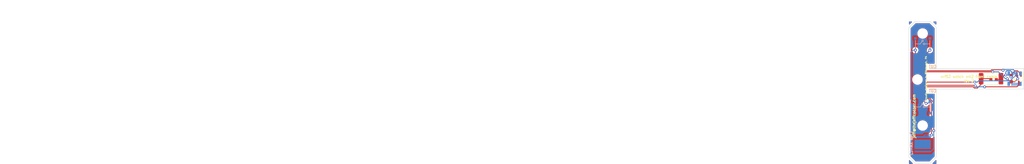
<source format=kicad_pcb>
(kicad_pcb (version 20200628) (host pcbnew "(5.99.0-2309-gaf729d578)")

  (general
    (thickness 1.6)
    (drawings 44)
    (tracks 110)
    (modules 11)
    (nets 8)
  )

  (paper "A4")
  (layers
    (0 "F.Cu" signal)
    (31 "B.Cu" signal)
    (32 "B.Adhes" user)
    (33 "F.Adhes" user)
    (34 "B.Paste" user)
    (35 "F.Paste" user)
    (36 "B.SilkS" user)
    (37 "F.SilkS" user)
    (38 "B.Mask" user)
    (39 "F.Mask" user)
    (40 "Dwgs.User" user)
    (41 "Cmts.User" user)
    (42 "Eco1.User" user)
    (43 "Eco2.User" user)
    (44 "Edge.Cuts" user)
    (45 "Margin" user)
    (46 "B.CrtYd" user)
    (47 "F.CrtYd" user)
    (48 "B.Fab" user)
    (49 "F.Fab" user)
  )

  (setup
    (stackup
      (layer "F.SilkS" (type "Top Silk Screen"))
      (layer "F.Paste" (type "Top Solder Paste"))
      (layer "F.Mask" (type "Top Solder Mask") (color "Green") (thickness 0.01))
      (layer "F.Cu" (type "copper") (thickness 0.035))
      (layer "dielectric 1" (type "core") (thickness 1.51) (material "FR4") (epsilon_r 4.5) (loss_tangent 0.02))
      (layer "B.Cu" (type "copper") (thickness 0.035))
      (layer "B.Mask" (type "Bottom Solder Mask") (color "Green") (thickness 0.01))
      (layer "B.Paste" (type "Bottom Solder Paste"))
      (layer "B.SilkS" (type "Bottom Silk Screen"))
      (copper_finish "None")
      (dielectric_constraints no)
    )
    (pcbplotparams
      (layerselection 0x010fc_ffffffff)
      (usegerberextensions false)
      (usegerberattributes true)
      (usegerberadvancedattributes true)
      (creategerberjobfile true)
      (svguseinch false)
      (svgprecision 6)
      (excludeedgelayer true)
      (linewidth 0.100000)
      (plotframeref false)
      (viasonmask false)
      (mode 1)
      (useauxorigin false)
      (hpglpennumber 1)
      (hpglpenspeed 20)
      (hpglpendiameter 15.000000)
      (psnegative false)
      (psa4output false)
      (plotreference true)
      (plotvalue true)
      (plotinvisibletext false)
      (sketchpadsonfab false)
      (subtractmaskfromsilk false)
      (outputformat 1)
      (mirror false)
      (drillshape 0)
      (scaleselection 1)
      (outputdirectory "../gerber/rev2.1/")
    )
  )

  (net 0 "")
  (net 1 "Net-(D1-Pad2)")
  (net 2 "Net-(D1-Pad1)")
  (net 3 "GND")
  (net 4 "VIN")
  (net 5 "BUTTON4")
  (net 6 "FLASHLIGHT")
  (net 7 "BUTTON2")

  (module "Resistor_SMD:R_0603_1608Metric" (layer "F.Cu") (tedit 5B301BBD) (tstamp acbd99ee-4cd6-48bf-9dec-94ca3e87de45)
    (at 275.5 28.25 180)
    (descr "Resistor SMD 0603 (1608 Metric), square (rectangular) end terminal, IPC_7351 nominal, (Body size source: http://www.tortai-tech.com/upload/download/2011102023233369053.pdf), generated with kicad-footprint-generator")
    (tags "resistor")
    (path "/e3642b18-fe7f-49e6-aba7-825f27d6e656")
    (attr smd)
    (fp_text reference "R3" (at 0 -1.43) (layer "F.SilkS") hide
      (effects (font (size 1 1) (thickness 0.15)))
    )
    (fp_text value "3" (at 0 1.43) (layer "F.Fab")
      (effects (font (size 1 1) (thickness 0.15)))
    )
    (fp_text user "${REFERENCE}" (at 0 0) (layer "F.Fab")
      (effects (font (size 0.4 0.4) (thickness 0.06)))
    )
    (fp_line (start 1.48 0.73) (end -1.48 0.73) (layer "F.CrtYd") (width 0.05))
    (fp_line (start 1.48 -0.73) (end 1.48 0.73) (layer "F.CrtYd") (width 0.05))
    (fp_line (start -1.48 -0.73) (end 1.48 -0.73) (layer "F.CrtYd") (width 0.05))
    (fp_line (start -1.48 0.73) (end -1.48 -0.73) (layer "F.CrtYd") (width 0.05))
    (fp_line (start -0.162779 0.51) (end 0.162779 0.51) (layer "F.SilkS") (width 0.12))
    (fp_line (start -0.162779 -0.51) (end 0.162779 -0.51) (layer "F.SilkS") (width 0.12))
    (fp_line (start 0.8 0.4) (end -0.8 0.4) (layer "F.Fab") (width 0.1))
    (fp_line (start 0.8 -0.4) (end 0.8 0.4) (layer "F.Fab") (width 0.1))
    (fp_line (start -0.8 -0.4) (end 0.8 -0.4) (layer "F.Fab") (width 0.1))
    (fp_line (start -0.8 0.4) (end -0.8 -0.4) (layer "F.Fab") (width 0.1))
    (pad "2" smd roundrect (at 0.7875 0 180) (size 0.875 0.95) (layers "F.Cu" "F.Paste" "F.Mask") (roundrect_rratio 0.25)
      (net 1 "Net-(D1-Pad2)") (tstamp f5cf62e8-455a-4788-9615-2abe934b2d06))
    (pad "1" smd roundrect (at -0.7875 0 180) (size 0.875 0.95) (layers "F.Cu" "F.Paste" "F.Mask") (roundrect_rratio 0.25)
      (net 4 "VIN") (tstamp f22a9205-208c-4307-946c-dbbeb9b7dbac))
    (model "${KISYS3DMOD}/Resistor_SMD.3dshapes/R_0603_1608Metric.wrl"
      (at (xyz 0 0 0))
      (scale (xyz 1 1 1))
      (rotate (xyz 0 0 0))
    )
  )

  (module "Resistor_SMD:R_2512_6332Metric" (layer "F.Cu") (tedit 5B301BBD) (tstamp 6ce2bb46-d806-467f-a181-8e2d1ef497e4)
    (at 274.75 28 180)
    (descr "Resistor SMD 2512 (6332 Metric), square (rectangular) end terminal, IPC_7351 nominal, (Body size source: http://www.tortai-tech.com/upload/download/2011102023233369053.pdf), generated with kicad-footprint-generator")
    (tags "resistor")
    (path "/03bc115c-b314-418d-a253-360f82b0ccfa")
    (attr smd)
    (fp_text reference "R2" (at 0 -2.62 180) (layer "F.SilkS") hide
      (effects (font (size 1 1) (thickness 0.15)))
    )
    (fp_text value "3" (at 0 2.62 180) (layer "F.Fab")
      (effects (font (size 1 1) (thickness 0.15)))
    )
    (fp_text user "${REFERENCE}" (at 0 0 180) (layer "F.Fab")
      (effects (font (size 1 1) (thickness 0.15)))
    )
    (fp_line (start 3.82 1.92) (end -3.82 1.92) (layer "F.CrtYd") (width 0.05))
    (fp_line (start 3.82 -1.92) (end 3.82 1.92) (layer "F.CrtYd") (width 0.05))
    (fp_line (start -3.82 -1.92) (end 3.82 -1.92) (layer "F.CrtYd") (width 0.05))
    (fp_line (start -3.82 1.92) (end -3.82 -1.92) (layer "F.CrtYd") (width 0.05))
    (fp_line (start -2.052064 1.71) (end 2.052064 1.71) (layer "F.SilkS") (width 0.12))
    (fp_line (start -2.052064 -1.71) (end 2.052064 -1.71) (layer "F.SilkS") (width 0.12))
    (fp_line (start 3.15 1.6) (end -3.15 1.6) (layer "F.Fab") (width 0.1))
    (fp_line (start 3.15 -1.6) (end 3.15 1.6) (layer "F.Fab") (width 0.1))
    (fp_line (start -3.15 -1.6) (end 3.15 -1.6) (layer "F.Fab") (width 0.1))
    (fp_line (start -3.15 1.6) (end -3.15 -1.6) (layer "F.Fab") (width 0.1))
    (pad "2" smd roundrect (at 2.9 0 180) (size 1.35 3.35) (layers "F.Cu" "F.Paste" "F.Mask") (roundrect_rratio 0.1851851851851852)
      (net 1 "Net-(D1-Pad2)") (tstamp 5e795c4e-f8f3-45c8-817b-467c2b9ec392))
    (pad "1" smd roundrect (at -2.9 0 180) (size 1.35 3.35) (layers "F.Cu" "F.Paste" "F.Mask") (roundrect_rratio 0.1851851851851852)
      (net 4 "VIN") (tstamp e23ad262-871b-444e-9a4d-efe430584bf7))
    (model "${KISYS3DMOD}/Resistor_SMD.3dshapes/R_2512_6332Metric.wrl"
      (at (xyz 0 0 0))
      (scale (xyz 1 1 1))
      (rotate (xyz 0 0 0))
    )
  )

  (module "MountingHole:MountingHole_2.1mm" (layer "F.Cu") (tedit 5B924765) (tstamp 329ee7cf-affe-475c-9d51-cf46fdd6f7c5)
    (at 254.75 41.75)
    (descr "Mounting Hole 2.1mm, no annular")
    (tags "mounting hole 2.1mm no annular")
    (attr virtual)
    (fp_text reference "REF**" (at 0 -3.2) (layer "F.SilkS") hide
      (effects (font (size 1 1) (thickness 0.15)))
    )
    (fp_text value "MountingHole_2.1mm" (at 0 3.2) (layer "F.Fab")
      (effects (font (size 1 1) (thickness 0.15)))
    )
    (fp_circle (center 0 0) (end 2.35 0) (layer "F.CrtYd") (width 0.05))
    (fp_circle (center 0 0) (end 2.1 0) (layer "Cmts.User") (width 0.15))
    (fp_text user "${REFERENCE}" (at 0.3 0) (layer "F.Fab")
      (effects (font (size 1 1) (thickness 0.15)))
    )
    (pad "" np_thru_hole circle (at 0 0) (size 2.1 2.1) (drill 2.1) (layers *.Cu *.Mask) (tstamp eb8cad29-bcfc-4157-bc8e-cabd5ac777c1))
  )

  (module "MountingHole:MountingHole_2.1mm" (layer "F.Cu") (tedit 5B924765) (tstamp 2906db46-7480-4963-970e-f834810a16d9)
    (at 253.25 28.25)
    (descr "Mounting Hole 2.1mm, no annular")
    (tags "mounting hole 2.1mm no annular")
    (attr virtual)
    (fp_text reference "REF**" (at 0 -3.2) (layer "F.SilkS") hide
      (effects (font (size 1 1) (thickness 0.15)))
    )
    (fp_text value "MountingHole_2.1mm" (at 0 3.2) (layer "F.Fab")
      (effects (font (size 1 1) (thickness 0.15)))
    )
    (fp_text user "${REFERENCE}" (at 0.3 0) (layer "F.Fab")
      (effects (font (size 1 1) (thickness 0.15)))
    )
    (fp_circle (center 0 0) (end 2.1 0) (layer "Cmts.User") (width 0.15))
    (fp_circle (center 0 0) (end 2.35 0) (layer "F.CrtYd") (width 0.05))
    (pad "" np_thru_hole circle (at 0 0) (size 2.1 2.1) (drill 2.1) (layers *.Cu *.Mask) (tstamp eb8cad29-bcfc-4157-bc8e-cabd5ac777c1))
  )

  (module "MountingHole:MountingHole_2.1mm" (layer "F.Cu") (tedit 5B924765) (tstamp 9c8eb6da-be1c-496b-ab68-ce57c7316c4d)
    (at 254.75 14.75)
    (descr "Mounting Hole 2.1mm, no annular")
    (tags "mounting hole 2.1mm no annular")
    (attr virtual)
    (fp_text reference "REF**" (at 0 -3.2) (layer "F.SilkS") hide
      (effects (font (size 1 1) (thickness 0.15)))
    )
    (fp_text value "MountingHole_2.1mm" (at 0 3.2) (layer "F.Fab")
      (effects (font (size 1 1) (thickness 0.15)))
    )
    (fp_circle (center 0 0) (end 2.35 0) (layer "F.CrtYd") (width 0.05))
    (fp_circle (center 0 0) (end 2.1 0) (layer "Cmts.User") (width 0.15))
    (fp_text user "${REFERENCE}" (at 0.3 0) (layer "F.Fab")
      (effects (font (size 1 1) (thickness 0.15)))
    )
    (pad "" np_thru_hole circle (at 0 0) (size 2.1 2.1) (drill 2.1) (layers *.Cu *.Mask) (tstamp eb8cad29-bcfc-4157-bc8e-cabd5ac777c1))
  )

  (module "libs:MCSLPT4644PH" (layer "B.Cu") (tedit 5F26E6EE) (tstamp f3cb2646-dec9-4f87-a7aa-e5480b26e3c9)
    (at 254.75 36.4 180)
    (path "/54c45e09-d412-403d-88f3-437751fff687")
    (fp_text reference "SW2" (at -0.01 -0.05 180 unlocked) (layer "B.SilkS") hide
      (effects (font (size 1 1) (thickness 0.15)) (justify mirror))
    )
    (fp_text value "MCSLPT4644B4PHTR" (at -0.07 -12.55 180 unlocked) (layer "B.Fab") hide
      (effects (font (size 1 1) (thickness 0.15)) (justify mirror))
    )
    (fp_text user "${REF}" (at -0.07 -14.05 180 unlocked) (layer "B.Fab") hide
      (effects (font (size 1 1) (thickness 0.15)) (justify mirror))
    )
    (pad "2" smd rect (at 2.125 -1.75 180) (size 0.75 0.7) (layers "B.Cu" "B.Paste" "B.Mask")
      (net 3 "GND") (pinfunction "2") (tstamp 55b324a8-f424-499c-a04a-78d7f4e5f16e))
    (pad "1" smd rect (at -2.125 -1.75 180) (size 0.75 0.7) (layers "B.Cu" "B.Paste" "B.Mask")
      (net 5 "BUTTON4") (pinfunction "1") (tstamp 55b324a8-f424-499c-a04a-78d7f4e5f16e))
    (pad "2" smd rect (at 2.125 1.75 180) (size 0.75 0.7) (layers "B.Cu" "B.Paste" "B.Mask")
      (net 3 "GND") (pinfunction "2") (tstamp 55b324a8-f424-499c-a04a-78d7f4e5f16e))
    (pad "1" smd rect (at -2.125 1.75 180) (size 0.75 0.7) (layers "B.Cu" "B.Paste" "B.Mask")
      (net 5 "BUTTON4") (pinfunction "1") (tstamp 55b324a8-f424-499c-a04a-78d7f4e5f16e))
  )

  (module "libs:MCSLPT4644PH" (layer "B.Cu") (tedit 5F26E6EE) (tstamp b20167ca-cf19-44a9-b43d-6fa28b2bb11d)
    (at 254.75 17.9 180)
    (path "/a7e76ac4-6608-467a-82aa-a60c16cb0165")
    (fp_text reference "SW1" (at 0.02 -0.16 180 unlocked) (layer "B.SilkS") hide
      (effects (font (size 1 1) (thickness 0.15)) (justify mirror))
    )
    (fp_text value "MCSLPT4644B4PHTR" (at -0.07 -12.55 180 unlocked) (layer "B.Fab") hide
      (effects (font (size 1 1) (thickness 0.15)) (justify mirror))
    )
    (fp_text user "${REF}" (at -0.07 -14.05 180 unlocked) (layer "B.Fab")
      (effects (font (size 1 1) (thickness 0.15)) (justify mirror))
    )
    (pad "2" smd rect (at 2.125 -1.75 180) (size 0.75 0.7) (layers "B.Cu" "B.Paste" "B.Mask")
      (net 3 "GND") (pinfunction "2") (tstamp 55b324a8-f424-499c-a04a-78d7f4e5f16e))
    (pad "1" smd rect (at -2.125 -1.75 180) (size 0.75 0.7) (layers "B.Cu" "B.Paste" "B.Mask")
      (net 7 "BUTTON2") (pinfunction "1") (tstamp 55b324a8-f424-499c-a04a-78d7f4e5f16e))
    (pad "2" smd rect (at 2.125 1.75 180) (size 0.75 0.7) (layers "B.Cu" "B.Paste" "B.Mask")
      (net 3 "GND") (pinfunction "2") (tstamp 55b324a8-f424-499c-a04a-78d7f4e5f16e))
    (pad "1" smd rect (at -2.125 1.75 180) (size 0.75 0.7) (layers "B.Cu" "B.Paste" "B.Mask")
      (net 7 "BUTTON2") (pinfunction "1") (tstamp 55b324a8-f424-499c-a04a-78d7f4e5f16e))
  )

  (module "Resistor_SMD:R_0603_1608Metric_Pad1.05x0.95mm_HandSolder" (layer "F.Cu") (tedit 5B301BBD) (tstamp 7aa2a926-3411-4285-8f16-d44c807c7e63)
    (at 280.65 28.011316 -90)
    (descr "Resistor SMD 0603 (1608 Metric), square (rectangular) end terminal, IPC_7351 nominal with elongated pad for handsoldering. (Body size source: http://www.tortai-tech.com/upload/download/2011102023233369053.pdf), generated with kicad-footprint-generator")
    (tags "resistor handsolder")
    (path "/9c12ea8a-90bc-4856-abbc-60439dc3928a")
    (attr smd)
    (fp_text reference "R1" (at 0 -1.43 90) (layer "F.SilkS") hide
      (effects (font (size 1 1) (thickness 0.15)))
    )
    (fp_text value "100k" (at 0 1.43 90) (layer "F.Fab") hide
      (effects (font (size 1 1) (thickness 0.15)))
    )
    (fp_text user "${REFERENCE}" (at 0 0 90) (layer "F.Fab") hide
      (effects (font (size 0.4 0.4) (thickness 0.06)))
    )
    (fp_line (start 1.65 0.73) (end -1.65 0.73) (layer "F.CrtYd") (width 0.05))
    (fp_line (start 1.65 -0.73) (end 1.65 0.73) (layer "F.CrtYd") (width 0.05))
    (fp_line (start -1.65 -0.73) (end 1.65 -0.73) (layer "F.CrtYd") (width 0.05))
    (fp_line (start -1.65 0.73) (end -1.65 -0.73) (layer "F.CrtYd") (width 0.05))
    (fp_line (start -0.171267 0.51) (end 0.171267 0.51) (layer "F.SilkS") (width 0.12))
    (fp_line (start -0.171267 -0.51) (end 0.171267 -0.51) (layer "F.SilkS") (width 0.12))
    (fp_line (start 0.8 0.4) (end -0.8 0.4) (layer "F.Fab") (width 0.1))
    (fp_line (start 0.8 -0.4) (end 0.8 0.4) (layer "F.Fab") (width 0.1))
    (fp_line (start -0.8 -0.4) (end 0.8 -0.4) (layer "F.Fab") (width 0.1))
    (fp_line (start -0.8 0.4) (end -0.8 -0.4) (layer "F.Fab") (width 0.1))
    (pad "2" smd roundrect (at 0.875 0 270) (size 1.05 0.95) (layers "F.Cu" "F.Paste" "F.Mask") (roundrect_rratio 0.25)
      (net 3 "GND") (tstamp 2b76d5d6-2f92-403e-b549-d165fc3f3fe2))
    (pad "1" smd roundrect (at -0.875 0 270) (size 1.05 0.95) (layers "F.Cu" "F.Paste" "F.Mask") (roundrect_rratio 0.25)
      (net 6 "FLASHLIGHT") (tstamp d1250c9d-0b4c-4ab8-951a-ee07833bf2f0))
    (model "${KISYS3DMOD}/Resistor_SMD.3dshapes/R_0603_1608Metric.wrl"
      (at (xyz 0 0 0))
      (scale (xyz 1 1 1))
      (rotate (xyz 0 0 0))
    )
  )

  (module "Package_TO_SOT_SMD:SOT-323_SC-70_Handsoldering" (layer "F.Cu") (tedit 5A02FF57) (tstamp 73d00d3a-d520-403a-859a-a9ac29e594da)
    (at 282.85 28.011316 -90)
    (descr "SOT-323, SC-70 Handsoldering")
    (tags "SOT-323 SC-70 Handsoldering")
    (path "/525b9fae-b9fa-45c6-b1ac-59b53965a82b")
    (attr smd)
    (fp_text reference "Q1" (at 0 0 180) (layer "F.SilkS") hide
      (effects (font (size 1 1) (thickness 0.15)))
    )
    (fp_text value "Si1308EDL" (at 0 2.05 90) (layer "F.Fab") hide
      (effects (font (size 1 1) (thickness 0.15)))
    )
    (fp_line (start -0.175 -1.1) (end -0.675 -0.6) (layer "F.Fab") (width 0.1))
    (fp_line (start 0.675 1.1) (end -0.675 1.1) (layer "F.Fab") (width 0.1))
    (fp_line (start 0.675 -1.1) (end 0.675 1.1) (layer "F.Fab") (width 0.1))
    (fp_line (start -0.675 -0.6) (end -0.675 1.1) (layer "F.Fab") (width 0.1))
    (fp_line (start 0.675 -1.1) (end -0.175 -1.1) (layer "F.Fab") (width 0.1))
    (fp_line (start -0.675 1.16) (end 0.735 1.16) (layer "F.SilkS") (width 0.12))
    (fp_line (start 0.735 -1.16) (end -2 -1.16) (layer "F.SilkS") (width 0.12))
    (fp_line (start -2.4 1.3) (end -2.4 -1.3) (layer "F.CrtYd") (width 0.05))
    (fp_line (start -2.4 -1.3) (end 2.4 -1.3) (layer "F.CrtYd") (width 0.05))
    (fp_line (start 2.4 -1.3) (end 2.4 1.3) (layer "F.CrtYd") (width 0.05))
    (fp_line (start 2.4 1.3) (end -2.4 1.3) (layer "F.CrtYd") (width 0.05))
    (fp_line (start 0.735 -1.17) (end 0.735 -0.5) (layer "F.SilkS") (width 0.12))
    (fp_line (start 0.735 0.5) (end 0.735 1.16) (layer "F.SilkS") (width 0.12))
    (fp_text user "${REFERENCE}" (at 0 0) (layer "F.Fab") hide
      (effects (font (size 0.5 0.5) (thickness 0.075)))
    )
    (pad "3" smd rect (at 1.33 0 180) (size 0.45 1.5) (layers "F.Cu" "F.Paste" "F.Mask")
      (net 2 "Net-(D1-Pad1)") (pinfunction "D") (tstamp fa443301-44c6-4d6f-8cad-69debd4fb1d7))
    (pad "2" smd rect (at -1.33 0.65 180) (size 0.45 1.5) (layers "F.Cu" "F.Paste" "F.Mask")
      (net 3 "GND") (pinfunction "S") (tstamp e08300d1-c07c-46cf-8f45-9f0732c8c43f))
    (pad "1" smd rect (at -1.33 -0.65 180) (size 0.45 1.5) (layers "F.Cu" "F.Paste" "F.Mask")
      (net 6 "FLASHLIGHT") (pinfunction "G") (tstamp 4835ffe7-9cdc-40ae-801d-d18b586e4eb3))
    (model "${KISYS3DMOD}/Package_TO_SOT_SMD.3dshapes/SOT-323_SC-70.wrl"
      (at (xyz 0 0 0))
      (scale (xyz 1 1 1))
      (rotate (xyz 0 0 0))
    )
  )

  (module "libs:PANASONIC_AXT510124" (layer "B.Cu") (tedit 5E52ED63) (tstamp d8f2f597-87a9-4fe7-b66f-005e9e43f5d2)
    (at 281.62 28.011316)
    (path "/928f69f2-83ac-4c40-9196-4b17bf2b1dad")
    (clearance 0.01)
    (fp_text reference "P1" (at -0.977898 2.760153) (layer "B.SilkS") hide
      (effects (font (size 0.480933 0.480933) (thickness 0.015)) (justify mirror))
    )
    (fp_text value "AXT510124" (at 3.291301 -2.795291) (layer "B.Fab") hide
      (effects (font (size 0.480015 0.480015) (thickness 0.015)) (justify mirror))
    )
    (fp_poly (pts (xy -0.916003 1.18) (xy 0.915 1.18) (xy 0.915 -1.18129) (xy -0.916003 -1.18129)) (layer "Dwgs.User") (width 0.01))
    (fp_line (start -2.5 2.35) (end 2.5 2.35) (layer "B.CrtYd") (width 0.05))
    (fp_line (start 2.5 2.35) (end 2.5 -2.35) (layer "B.CrtYd") (width 0.05))
    (fp_line (start 2.5 -2.35) (end -2.5 -2.35) (layer "B.CrtYd") (width 0.05))
    (fp_line (start -2.5 -2.35) (end -2.5 2.35) (layer "B.CrtYd") (width 0.05))
    (fp_poly (pts (xy -0.900578 2) (xy -0.7 2) (xy -0.7 1.49096) (xy -0.900578 1.49096)) (layer "B.Paste") (width 0.01))
    (fp_poly (pts (xy -0.50018 2) (xy -0.3 2) (xy -0.3 1.49054) (xy -0.50018 1.49054)) (layer "B.Paste") (width 0.01))
    (fp_poly (pts (xy -0.10006 2) (xy 0.1 2) (xy 0.1 1.4909) (xy -0.10006 1.4909)) (layer "B.Paste") (width 0.01))
    (fp_poly (pts (xy 0.300593 2) (xy 0.5 2) (xy 0.5 1.49295) (xy 0.300593 1.49295)) (layer "B.Paste") (width 0.01))
    (fp_poly (pts (xy 0.701126 2) (xy 0.9 2) (xy 0.9 1.4924) (xy 0.701126 1.4924)) (layer "B.Paste") (width 0.01))
    (fp_poly (pts (xy -0.90108 -1.49) (xy -0.7 -1.49) (xy -0.7 -2.0024) (xy -0.90108 -2.0024)) (layer "B.Paste") (width 0.01))
    (fp_poly (pts (xy -0.5005 -1.49) (xy -0.3 -1.49) (xy -0.3 -2.002) (xy -0.5005 -2.002)) (layer "B.Paste") (width 0.01))
    (fp_poly (pts (xy -0.100099 -1.49) (xy 0.1 -1.49) (xy 0.1 -2.00198) (xy -0.100099 -2.00198)) (layer "B.Paste") (width 0.01))
    (fp_poly (pts (xy 0.30041 -1.49) (xy 0.5 -1.49) (xy 0.5 -2.00273) (xy 0.30041 -2.00273)) (layer "B.Paste") (width 0.01))
    (fp_poly (pts (xy 0.701193 -1.49) (xy 0.9 -1.49) (xy 0.9 -2.00341) (xy 0.701193 -2.00341)) (layer "B.Paste") (width 0.01))
    (fp_line (start -2.25 1.5) (end 2.25 1.5) (layer "B.Fab") (width 0.127))
    (fp_line (start 2.25 -1.5) (end -2.25 -1.5) (layer "B.Fab") (width 0.127))
    (fp_circle (center -1.1 -2.3) (end -1.03 -2.3) (layer "B.SilkS") (width 0.05))
    (pad "6" smd rect (at 0 1.64) (size 0.23 0.92) (layers "B.Cu" "B.Mask")
      (pinfunction "6") (tstamp 0ae85951-adcb-4b0c-9f6b-8002e7bf7b25))
    (pad "4" smd rect (at -0.4 1.64) (size 0.23 0.92) (layers "B.Cu" "B.Mask")
      (pinfunction "4") (tstamp fc617333-c606-4127-a885-0b8c7f435b42))
    (pad "8" smd rect (at 0.4 1.64) (size 0.23 0.92) (layers "B.Cu" "B.Mask")
      (pinfunction "8") (tstamp df20969a-be79-4b77-b3a9-a4b629799d8c))
    (pad "2" smd rect (at -0.8 1.64) (size 0.23 0.92) (layers "B.Cu" "B.Mask")
      (pinfunction "2") (tstamp ae8a4b8a-5071-4836-bad5-db8da8ab0a65))
    (pad "10" smd rect (at 0.8 1.64) (size 0.23 0.92) (layers "B.Cu" "B.Mask")
      (pinfunction "10") (tstamp e5a25965-ccc3-49b2-b472-ba450b0a1968))
    (pad "5" smd rect (at 0 -1.64) (size 0.23 0.92) (layers "B.Cu" "B.Mask")
      (net 7 "BUTTON2") (pinfunction "5") (tstamp ba8fbae2-9f08-4804-b3bb-6de7cd143647))
    (pad "3" smd rect (at -0.4 -1.64) (size 0.23 0.92) (layers "B.Cu" "B.Mask")
      (net 6 "FLASHLIGHT") (pinfunction "3") (tstamp f9df2f97-d9b5-41dd-920f-a2dad52287ad))
    (pad "7" smd rect (at 0.4 -1.64) (size 0.23 0.92) (layers "B.Cu" "B.Mask")
      (net 5 "BUTTON4") (pinfunction "7") (tstamp dd1c1c27-6fd5-420f-9596-4564cdd6d8ba))
    (pad "1" smd rect (at -0.8 -1.64) (size 0.23 0.92) (layers "B.Cu" "B.Mask")
      (net 4 "VIN") (pinfunction "1") (tstamp ff3d1be8-cbe4-4183-85b9-e04f222c19b1))
    (pad "9" smd rect (at 0.8 -1.64) (size 0.23 0.92) (layers "B.Cu" "B.Mask")
      (net 3 "GND") (pinfunction "9") (tstamp b4c33444-816b-4bab-993b-add66f8d3e61))
    (pad "P1" smd rect (at -1.7 1.5) (size 0.7 1.2) (layers "B.Cu" "B.Paste" "B.Mask") (tstamp 0901e84b-86f9-4c1c-96f3-8d0e6f899d66))
    (pad "P3" smd rect (at -1.7 -1.5) (size 0.7 1.2) (layers "B.Cu" "B.Paste" "B.Mask") (tstamp 3ea57f86-ecf4-4d11-9fb7-223d98de6393))
    (pad "P4" smd rect (at 1.7 -1.5) (size 0.7 1.2) (layers "B.Cu" "B.Paste" "B.Mask") (tstamp 293a6268-964b-4245-abcd-c486f9cf0e9e))
    (pad "P2" smd rect (at 1.7 1.5) (size 0.7 1.2) (layers "B.Cu" "B.Paste" "B.Mask") (tstamp 961ca5d7-8dce-4a75-8977-dc312d51bbc6))
  )

  (module "xm-l2:XM-L2" (layer "B.Cu") (tedit 5F26E0D8) (tstamp a8b63e12-3743-47f1-8a0d-e07f4d4a0baf)
    (at 254.75 47.25 -90)
    (path "/1d1c0700-fe2b-405d-a5bf-ad6d56ea7bc1")
    (fp_text reference "D1" (at 0 -3.5 -90 unlocked) (layer "B.SilkS") hide
      (effects (font (size 1 1) (thickness 0.15)) (justify mirror))
    )
    (fp_text value "LED" (at 0.0508 -4.5212 -90 unlocked) (layer "B.Fab") hide
      (effects (font (size 1 1) (thickness 0.15)) (justify mirror))
    )
    (fp_text user "${REF}" (at 0 -2.5 -90 unlocked) (layer "B.Fab")
      (effects (font (size 1 1) (thickness 0.15)) (justify mirror))
    )
    (pad "1" smd rect (at -2.14 0 270) (size 0.5 4.78) (layers "B.Cu" "B.Paste" "B.Mask")
      (net 2 "Net-(D1-Pad1)") (pinfunction "K") (tstamp 59b1c909-edc4-476d-9602-4adbdbde5baf))
    (pad "2" smd rect (at 2.14 0 270) (size 0.5 4.78) (layers "B.Cu" "B.Paste" "B.Mask")
      (net 1 "Net-(D1-Pad2)") (pinfunction "A") (tstamp 59b1c909-edc4-476d-9602-4adbdbde5baf))
    (pad "" smd rect (at 0 0 270) (size 2.78 4.78) (layers "B.Cu" "B.Paste" "B.Mask") (tstamp 59b1c909-edc4-476d-9602-4adbdbde5baf))
  )

  (gr_line (start 257 52.761316) (end 252.5 52.761316) (layer "Edge.Cuts") (width 0.1) (tstamp ebb52b5a-b29e-422e-bc5c-3c35c49251a7))
  (gr_line (start 258.75 51) (end 257 52.761316) (layer "Edge.Cuts") (width 0.1) (tstamp 301be0b6-2a29-4427-bc41-e3a6de23225f))
  (gr_line (start 252.5 52.761316) (end 250.75 51) (layer "Edge.Cuts") (width 0.1) (tstamp 97062f06-1ec5-4fbb-bd8e-8fd36a4c7d02))
  (gr_line (start 257 11.25) (end 258.75 13.011316) (layer "Edge.Cuts") (width 0.1) (tstamp 27adba08-2fc2-483c-bdbd-8ceed97ba803))
  (gr_line (start 252.5 11.25) (end 257 11.25) (layer "Edge.Cuts") (width 0.1) (tstamp d4c3de68-249c-429b-b5c8-ed5e875316fe))
  (gr_line (start 250.75 13.011316) (end 252.5 11.25) (layer "Edge.Cuts") (width 0.1) (tstamp 49b0de57-26c3-4a25-a4f9-1b4de89b70e9))
  (gr_line (start 258.75 51) (end 258.75 43.011316) (layer "Edge.Cuts") (width 0.1) (tstamp c843c6de-1583-40b7-995a-fab6bcd1098c))
  (gr_line (start 250.75 43.011316) (end 250.75 51) (layer "Edge.Cuts") (width 0.1) (tstamp 1baa30d8-8a88-48f3-b25e-429a2ed2942e))
  (gr_text "proudly designed in Pittsburgh, PA" (at 255.75 28.011316 90) (layer "F.SilkS") (tstamp fcfb388e-e15e-44a8-9d5a-f8d3fd7351cb)
    (effects (font (size 0.5 0.5) (thickness 0.125)))
  )
  (gr_text "jeff@thejeffcooper.com" (at 252.25 39 90) (layer "F.SilkS") (tstamp 60911f51-4454-4eb9-91bc-36af9eea5133)
    (effects (font (size 0.75 0.75) (thickness 0.1875)))
  )
  (gr_text "nrf52 watch mk2 front cable\nrev 2" (at 268.25 28.011316) (layer "F.SilkS") (tstamp 4d1e5f37-3290-4eda-9b2f-e144100287cb)
    (effects (font (size 0.75 0.75) (thickness 0.1875)))
  )
  (gr_text "CUT" (at 257.65 31.611316) (layer "B.SilkS") (tstamp c005d3b8-2142-4e78-86ba-75edf3eaacb7)
    (effects (font (size 0.8 0.8) (thickness 0.15)) (justify mirror))
  )
  (gr_text "CUT" (at 257.65 31.611316 180) (layer "F.SilkS") (tstamp d98bfdb3-5d7f-4e39-94c2-735236f2cdfb)
    (effects (font (size 0.8 0.8) (thickness 0.15)))
  )
  (gr_text "CUT" (at 257.65 24.411316 180) (layer "F.SilkS") (tstamp 7ca63a82-1db1-45b8-ad89-fbedaaa68d50)
    (effects (font (size 0.8 0.8) (thickness 0.15)))
  )
  (gr_text "CUT" (at 257.65 24.411316) (layer "B.SilkS") (tstamp a3526b8f-5bf6-44d1-81cd-534d2b3cb9d2)
    (effects (font (size 0.8 0.8) (thickness 0.15)) (justify mirror))
  )
  (gr_line (start 252.65 17.8) (end 254.05 17.8) (layer "B.SilkS") (width 0.15) (tstamp ededf3d6-70ce-45c2-ade2-915d2fd0e43d))
  (gr_line (start 256.85 17.8) (end 255.35 17.8) (layer "B.SilkS") (width 0.15) (tstamp abd86d8b-693e-46bd-81ec-e56c6c2a1689))
  (gr_line (start 254.05 17.8) (end 254.55 17.1) (layer "B.SilkS") (width 0.15) (tstamp 605a1232-84fe-4fee-ba38-2d0e69e2a79b))
  (gr_circle (center 255.126394 17.8) (end 255.326394 17.9) (layer "B.SilkS") (width 0.15) (tstamp 0c38d9aa-2184-45e6-91b1-7d49a81fd5c4))
  (gr_line (start 252.65 16.8) (end 252.65 19) (layer "B.SilkS") (width 0.15) (tstamp 1bcac8b4-a980-412a-a14d-69b820751462))
  (gr_circle (center 254.726394 16.9) (end 254.926394 17) (layer "B.SilkS") (width 0.15) (tstamp b1bf8417-7743-4633-a3a6-196327d12a29))
  (gr_line (start 256.85 16.8) (end 256.85 19) (layer "B.SilkS") (width 0.15) (tstamp 2f2b8ebe-415f-4a68-82ef-53973d3288f7))
  (gr_line (start 254.05 36.3) (end 254.55 35.6) (layer "B.SilkS") (width 0.15) (tstamp ee89055e-067c-4545-8977-e9cf9f4f8fed))
  (gr_circle (center 255.126394 36.3) (end 255.326394 36.4) (layer "B.SilkS") (width 0.15) (tstamp 1179104a-0ede-4434-9c74-a7380768baa9))
  (gr_circle (center 254.726394 35.4) (end 254.926394 35.5) (layer "B.SilkS") (width 0.15) (tstamp ae66a4de-f530-4cd4-a511-699671fb5bfe))
  (gr_line (start 256.85 36.3) (end 255.35 36.3) (layer "B.SilkS") (width 0.15) (tstamp f0ddcc53-7e36-43b8-adf4-06fea52c07ae))
  (gr_line (start 252.65 36.3) (end 254.05 36.3) (layer "B.SilkS") (width 0.15) (tstamp 0a5817c7-a72b-4aee-9311-8ad76741eced))
  (gr_line (start 252.65 35.3) (end 252.65 37.5) (layer "B.SilkS") (width 0.15) (tstamp 7b9434f3-bcc7-4ba9-954b-7288bb8240d8))
  (gr_line (start 256.85 35.3) (end 256.85 37.5) (layer "B.SilkS") (width 0.15) (tstamp 611ec30a-e804-45a1-a719-9eda39f58816))
  (gr_text "Cree XM-L2" (at 251.5 47 90) (layer "B.SilkS") (tstamp 426a0a74-33dc-4606-864c-fa06fa9f05d5)
    (effects (font (size 0.75 0.75) (thickness 0.1875)) (justify mirror))
  )
  (gr_line (start -11 35) (end -11 5) (layer "Dwgs.User") (width 0.15) (tstamp 29bdf777-7942-44de-8a88-afa43287e45c))
  (gr_line (start -15 20) (end 18.6 20) (layer "Dwgs.User") (width 0.15) (tstamp 96b033f5-96e4-4c1f-994e-c6837497f14c))
  (gr_line (start 258.75 25.011316) (end 256.75 25.011316) (layer "B.SilkS") (width 0.15) (tstamp a16d19db-3667-4e31-9825-c1ce67fcff5d))
  (gr_line (start 258.75 31.011316) (end 256.75 31.011316) (layer "B.SilkS") (width 0.15) (tstamp b7397dfc-c8de-456c-8667-fac5971e2ff1))
  (gr_line (start 258.75 25.011316) (end 256.75 25.011316) (layer "F.SilkS") (width 0.15) (tstamp bff42baf-cf78-46c6-bf0d-35a527502c29))
  (gr_line (start 250.75 13.011316) (end 250.75 43.011316) (layer "Edge.Cuts") (width 0.1) (tstamp 475948b4-1e83-4c59-bb97-baa168582d65))
  (gr_line (start 258.75 31.011316) (end 256.75 31.011316) (layer "F.SilkS") (width 0.15) (tstamp 1849881c-63e2-4ffa-86f6-c971d3482e2e))
  (gr_line (start 258.75 43.011316) (end 258.75 31.011316) (layer "Edge.Cuts") (width 0.1) (tstamp 4dd21857-d937-4941-bbba-2e5682339fc7))
  (gr_line (start 258.75 25.011316) (end 258.75 13.011316) (layer "Edge.Cuts") (width 0.1) (tstamp a28bfd64-9a69-4f10-8dba-b54bae53fce2))
  (gr_line (start 278.75 25.011316) (end 258.75 25.011316) (layer "Edge.Cuts") (width 0.1) (tstamp 589648c3-efdc-431e-88dc-ce97936ab2b5))
  (gr_line (start 278.75 31.011316) (end 258.75 31.011316) (layer "Edge.Cuts") (width 0.1) (tstamp 74828ea5-2bf4-4a9a-934c-a626c578a565))
  (gr_line (start 284.35 31.011316) (end 278.75 31.011316) (layer "Edge.Cuts") (width 0.1) (tstamp ae1b45a3-e7ed-42ca-bf73-79b3d3273aba))
  (gr_line (start 284.35 25.011316) (end 284.35 31.011316) (layer "Edge.Cuts") (width 0.1) (tstamp 19354d1c-d9d8-4e0c-b8c7-f057de18b1ae))
  (gr_line (start 278.75 25.011316) (end 284.35 25.011316) (layer "Edge.Cuts") (width 0.1) (tstamp f41ca55a-06a2-4c41-93b9-7e20dc32dae7))

  (segment (start 254.5 25.75) (end 252.625 23.875) (width 0.25) (layer "F.Cu") (net 3) (tstamp 9b4352ba-146b-4aee-b630-397b9fe16be3))
  (segment (start 255.776774 26) (end 254.75 26) (width 0.25) (layer "F.Cu") (net 3) (tstamp 3ffeb2a3-227b-415b-af4b-2be00c366bbc))
  (segment (start 254.75 26) (end 254.5 25.75) (width 0.25) (layer "F.Cu") (net 3) (tstamp 378f1080-be5d-448e-8656-b49f257f0190))
  (segment (start 255.604356 29.943754) (end 269.974321 29.943754) (width 0.25) (layer "F.Cu") (net 2) (tstamp c780ed90-3872-4aa5-82ee-d236459438c7))
  (segment (start 269.974321 29.943754) (end 270.141863 30.111296) (width 0.25) (layer "F.Cu") (net 2) (tstamp c947e64a-fd68-4c1e-8e2f-502e4567860a))
  (segment (start 282.02 26.371316) (end 281.97001 26.371316) (width 0.25) (layer "B.Cu") (net 5) (tstamp 3a171567-f4ca-4da9-ba99-532ebd88e0dc))
  (segment (start 271.124999 28.625001) (end 270.75 29) (width 0.25) (layer "B.Cu") (net 5) (tstamp 8d0f327d-b34f-43b5-8f64-a07faa720046))
  (via (at 270.141863 30.111296) (size 0.8) (drill 0.4) (layers "F.Cu" "B.Cu") (net 2) (tstamp 5354c794-1200-47f9-a4aa-2ccbd316bb62))
  (segment (start 254.824969 34.324969) (end 255.75 35.25) (width 0.25) (layer "F.Cu") (net 5) (tstamp 1b827f92-63ef-4cba-bc5c-46d2f3dd2c8f))
  (segment (start 271.85 28) (end 271.85 29.675) (width 0.25) (layer "F.Cu") (net 1) (tstamp bcbb9587-7474-47fb-b169-ec84646e9243))
  (via (at 255.75 35.25) (size 0.8) (drill 0.4) (layers "F.Cu" "B.Cu") (net 5) (tstamp 847be2cd-44dd-43c7-a448-59b5efca8c52))
  (segment (start 270.75 29) (end 270 29) (width 0.25) (layer "B.Cu") (net 5) (tstamp 0e375ab5-fe8b-44cb-87d7-3387966cfe01))
  (segment (start 281.97001 26.371316) (end 281.97001 27.001308) (width 0.25) (layer "B.Cu") (net 5) (tstamp 1b8593ca-343c-4769-846b-ae1dd68fc0a7))
  (segment (start 255.174979 32.674979) (end 255.174979 30.373131) (width 0.25) (layer "F.Cu") (net 2) (tstamp 056ea1c4-cdc4-42c2-92a7-69d5ea7c876d))
  (segment (start 269.866863 30.736306) (end 269.516861 30.386304) (width 0.25) (layer "F.Cu") (net 1) (tstamp 92dae909-c932-4963-b601-ef1678c80b0f))
  (segment (start 257.37499 44.5) (end 257.37499 34.87499) (width 0.25) (layer "F.Cu") (net 2) (tstamp 2a35e6f9-31c0-489f-af93-adf1b0f7a2c5))
  (segment (start 254.824969 30.228153) (end 254.824969 34.324969) (width 0.25) (layer "F.Cu") (net 5) (tstamp 76889c71-474a-4d26-ad83-73cf524f846b))
  (segment (start 270 29) (end 256.053122 29) (width 0.25) (layer "F.Cu") (net 5) (tstamp 784b8f62-7cde-49d7-9a48-b964cd11555e))
  (via (at 270 29) (size 0.8) (drill 0.4) (layers "F.Cu" "B.Cu") (net 5) (tstamp 1bcdb53c-4aa7-411a-80cf-4a3fb814fc7e))
  (segment (start 280.346317 28.625001) (end 271.124999 28.625001) (width 0.25) (layer "B.Cu") (net 5) (tstamp 93dbb40c-bccc-49aa-8868-5728b06737a3))
  (segment (start 271.85 29.675) (end 270.788694 30.736306) (width 0.25) (layer "F.Cu") (net 1) (tstamp ef908b4f-6e5f-47fc-a53c-eccb111ebac8))
  (segment (start 256.053122 29) (end 254.824969 30.228153) (width 0.25) (layer "F.Cu") (net 5) (tstamp 693ddfd6-4d13-4cba-b30d-e817e7151c24))
  (segment (start 270.423189 30.392622) (end 270.141863 30.111296) (width 0.25) (layer "B.Cu") (net 2) (tstamp 8f691e50-04e2-4370-a14f-41f118cdcf96))
  (segment (start 255.174979 30.373131) (end 255.604356 29.943754) (width 0.25) (layer "F.Cu") (net 2) (tstamp f9fd9c0c-0e53-42ce-a219-58ecbdeeadcd))
  (segment (start 269.516861 30.386304) (end 256.636304 30.386304) (width 0.25) (layer "F.Cu") (net 1) (tstamp edf84957-87b4-46ec-98a4-fbab0a4fa6ad))
  (segment (start 270.788694 30.736306) (end 269.866863 30.736306) (width 0.25) (layer "F.Cu") (net 1) (tstamp 1df903cd-7cb6-4803-b321-4abb149bdc3a))
  (segment (start 257.37499 34.87499) (end 255.174979 32.674979) (width 0.25) (layer "F.Cu") (net 2) (tstamp 2f8817b6-bb15-4eb5-8a36-4e568604ba3e))
  (segment (start 272.860621 30.392622) (end 270.423189 30.392622) (width 0.25) (layer "B.Cu") (net 2) (tstamp 883ddb83-9a03-4957-b269-c1f0880619db))
  (segment (start 281.97001 27.001308) (end 280.346317 28.625001) (width 0.25) (layer "B.Cu") (net 5) (tstamp 59a1f040-91b6-424c-bb1f-c75d9821af84))
  (segment (start 255.75 35.25) (end 256.275 35.25) (width 0.25) (layer "B.Cu") (net 5) (tstamp a88a63b8-7428-4b04-ac65-7e57c3df34b4))
  (segment (start 256.275 35.25) (end 256.875 34.65) (width 0.25) (layer "B.Cu") (net 5) (tstamp 64af1fa4-f3fe-4242-ae6a-5161b290f12e))
  (segment (start 274.7125 28.25) (end 274.4625 28) (width 0.25) (layer "F.Cu") (net 1) (tstamp 0457472b-9667-4717-bf53-3e3ba9d479dd))
  (segment (start 282.85 29.866316) (end 282.323694 30.392622) (width 0.25) (layer "F.Cu") (net 2) (tstamp a64f4320-570c-4f39-9226-71afa4d2cead))
  (segment (start 281.22 26.86742) (end 280.581702 27.505718) (width 0.25) (layer "B.Cu") (net 6) (tstamp 75c15210-a9bb-4a73-93dc-74bc85a6320e))
  (segment (start 274.4625 28) (end 271.85 28) (width 0.25) (layer "F.Cu") (net 1) (tstamp e2ed6962-cd52-4790-8fc5-5334216a75fa))
  (segment (start 280.65 27.43742) (end 280.581702 27.505718) (width 0.25) (layer "F.Cu") (net 6) (tstamp 7efdc05f-6910-4b24-953f-f83f753ba227))
  (segment (start 281.22 26.371316) (end 281.22 26.86742) (width 0.25) (layer "B.Cu") (net 6) (tstamp 84e7bfbf-aa8a-4ba6-a305-abd8bfd84db2))
  (via (at 272.860621 30.392622) (size 0.8) (drill 0.4) (layers "F.Cu" "B.Cu") (net 2) (tstamp 64cd09bd-81b3-4293-bc39-b25bbe8dd902))
  (segment (start 282.85 29.341316) (end 282.85 29.866316) (width 0.25) (layer "F.Cu") (net 2) (tstamp 377830cc-9e6d-4505-a97a-d5d2f59baba0))
  (segment (start 282.323694 30.392622) (end 272.860621 30.392622) (width 0.25) (layer "F.Cu") (net 2) (tstamp dbde4fa8-885a-4a5c-a3c5-b2e707295e36))
  (via (at 280.581702 27.505718) (size 0.8) (drill 0.4) (layers "F.Cu" "B.Cu") (net 6) (tstamp d5db4d98-b67e-4c5e-a277-c54c671c45b9))
  (segment (start 280.65 27.136316) (end 280.65 27.43742) (width 0.25) (layer "F.Cu") (net 6) (tstamp e6c5e474-e2d1-48a9-9466-63189a411f6e))
  (segment (start 279.069988 26.006326) (end 279.069988 26.929593) (width 0.25) (layer "B.Cu") (net 4) (tstamp 164dd567-b26a-44d2-92ba-0034f52c37ca))
  (via (at 279.5 28) (size 0.8) (drill 0.4) (layers "F.Cu" "B.Cu") (net 3) (tstamp 3fcb222f-15a6-4256-bd8c-7492f0afb80e))
  (segment (start 255.52499 25.47501) (end 255.52499 25.52499) (width 0.25) (layer "F.Cu") (net 7) (tstamp f03af8e0-a3ac-42d0-9e72-6b7ba6ee09b4))
  (segment (start 280.450001 25.686315) (end 279.389999 25.686315) (width 0.25) (layer "B.Cu") (net 4) (tstamp 45eefb0e-2867-486d-906f-384b8b7034e0))
  (segment (start 278.063683 25.374999) (end 278.25 25.561316) (width 0.25) (layer "F.Cu") (net 7) (tstamp 428ea36f-be33-4a68-8800-f9d2f601ad7c))
  (segment (start 280.82 26.056314) (end 280.450001 25.686315) (width 0.25) (layer "B.Cu") (net 4) (tstamp 07af4dcd-186e-4ca7-8f0f-387195c6b74d))
  (via (at 279.069988 26.929593) (size 0.8) (drill 0.4) (layers "F.Cu" "B.Cu") (net 4) (tstamp f6accf9a-38d6-43c2-b0b5-2d92e1b097ac))
  (segment (start 279.389999 25.686315) (end 279.069988 26.006326) (width 0.25) (layer "B.Cu") (net 4) (tstamp 421390d1-5606-46e8-a36c-e27973ee4cf5))
  (segment (start 255.52499 25.52499) (end 255.649989 25.649989) (width 0.25) (layer "F.Cu") (net 7) (tstamp 9159d8ac-de3a-4791-93fe-cda815bdf568))
  (segment (start 280.65 28.886316) (end 280.386316 28.886316) (width 0.25) (layer "F.Cu") (net 3) (tstamp 265593a9-cd4c-41b0-a2a3-34ecd770c52d))
  (segment (start 274.675009 25.649989) (end 274.949999 25.374999) (width 0.25) (layer "F.Cu") (net 7) (tstamp 38c3a9ad-c949-475a-9ab8-a0b7d5e2f424))
  (segment (start 278.934315 28) (end 276.934315 26) (width 0.25) (layer "B.Cu") (net 3) (tstamp 12cccb52-8e88-4c37-829f-37905a9ecd33))
  (segment (start 275.25 26) (end 255.776774 26) (width 0.25) (layer "F.Cu") (net 3) (tstamp c3477cae-63e0-4055-836c-17a5b21162d0))
  (segment (start 279.5 28) (end 278.934315 28) (width 0.25) (layer "B.Cu") (net 3) (tstamp 0e3d0757-3c53-4f8f-80e0-8002a4407688))
  (segment (start 276.934315 26) (end 275.25 26) (width 0.25) (layer "B.Cu") (net 3) (tstamp f6f572f2-6fb9-43a9-a294-4c7a3abf0aad))
  (segment (start 280.386316 28.886316) (end 279.5 28) (width 0.25) (layer "F.Cu") (net 3) (tstamp c61468b4-09d0-4799-9d64-b278af463f56))
  (via (at 275.25 26) (size 0.8) (drill 0.4) (layers "F.Cu" "B.Cu") (net 3) (tstamp 868bdc82-5ebd-4d85-86c7-2911cde79004))
  (segment (start 277.65 28) (end 278.720407 26.929593) (width 0.25) (layer "F.Cu") (net 4) (tstamp 4192ae67-c055-413a-afa3-4b51c4a1ceef))
  (segment (start 274.949999 25.374999) (end 278.063683 25.374999) (width 0.25) (layer "F.Cu") (net 7) (tstamp 76cb00fb-eed7-4864-9734-457985a0b60a))
  (segment (start 280.82 26.371316) (end 280.82 26.056314) (width 0.25) (layer "B.Cu") (net 4) (tstamp 4f81a26a-7730-41a2-97ee-cbc7fac5e1c4))
  (segment (start 255.649989 25.649989) (end 274.675009 25.649989) (width 0.25) (layer "F.Cu") (net 7) (tstamp 008271f5-8c75-428d-ae94-472ecd58c99a))
  (segment (start 278.720407 26.929593) (end 279.069988 26.929593) (width 0.25) (layer "F.Cu") (net 4) (tstamp 9d379352-cb0c-44d1-ba26-1e99b0617bbc))
  (segment (start 252.625 23.875) (end 252.625 19.65) (width 0.25) (layer "F.Cu") (net 3) (tstamp 7d861e74-5144-43a2-b02d-cd7e0fa02fa8))
  (via (at 252.625 19.65) (size 0.8) (drill 0.4) (layers "F.Cu" "B.Cu") (net 3) (tstamp b5fdf743-c806-4171-a954-ed3dcff1c616))
  (segment (start 255.52499 25.47501) (end 255.52499 21.00001) (width 0.25) (layer "F.Cu") (net 7) (tstamp 8f544757-952e-44eb-b057-e58a4488b9a6))
  (via (at 278.25 25.561316) (size 0.8) (drill 0.4) (layers "F.Cu" "B.Cu") (net 7) (tstamp e5060025-d230-4501-8bea-761630c08c7b))
  (segment (start 278.25 25.561316) (end 278.475012 25.336304) (width 0.25) (layer "B.Cu") (net 7) (tstamp 1687d806-7353-4962-b76a-4ac9b61f0f15))
  (segment (start 281.294988 25.336304) (end 281.62 25.661316) (width 0.25) (layer "B.Cu") (net 7) (tstamp d6038ab2-d389-4c02-a0b9-ce722157b50f))
  (segment (start 278.475012 25.336304) (end 281.294988 25.336304) (width 0.25) (layer "B.Cu") (net 7) (tstamp 7d3389a4-bea6-4c54-a3a7-0afccd33ded2))
  (segment (start 281.62 25.661316) (end 281.62 26.371316) (width 0.25) (layer "B.Cu") (net 7) (tstamp b70db10e-ef9c-45e3-820f-648069f9bc2e))
  (segment (start 252.625 34.65) (end 251.900001 34.65) (width 0.25) (layer "B.Cu") (net 3) (tstamp d2f1b5fe-3303-4b1d-b42c-973be921fae0))
  (segment (start 251.900001 34.65) (end 251.25 33.999999) (width 0.25) (layer "B.Cu") (net 3) (tstamp a6ecf945-9e9a-4ed1-9bab-c5b7ba22c901))
  (segment (start 251.25 20.300001) (end 251.900001 19.65) (width 0.25) (layer "B.Cu") (net 3) (tstamp a773fb67-03e7-4bb7-bc0e-7888f7b94281))
  (segment (start 251.900001 19.65) (end 252.625 19.65) (width 0.25) (layer "B.Cu") (net 3) (tstamp eb949ab9-75d9-480f-8795-8c5f0f7543ee))
  (segment (start 251.25 33.999999) (end 251.25 20.300001) (width 0.25) (layer "B.Cu") (net 3) (tstamp fd630b90-c7f6-40fe-8223-ec9c436a2857))
  (segment (start 276.2875 28.25) (end 277.4 28.25) (width 0.25) (layer "F.Cu") (net 4) (tstamp 30f4e736-8770-4de0-8a06-251a7d7e157b))
  (segment (start 277.4 28.25) (end 277.65 28) (width 0.25) (layer "F.Cu") (net 4) (tstamp 6180926a-4a35-4a00-9be0-ed0947192318))
  (segment (start 256.613696 30.386304) (end 255.656796 30.386304) (width 0.25) (layer "F.Cu") (net 1) (tstamp 8b85f1d7-7f5c-4292-92c5-fd831b13e443))
  (segment (start 271.85 28) (end 271.85 28.4) (width 0.25) (layer "F.Cu") (net 1) (tstamp 95878cd4-a4f4-4ebb-af25-822a3164e833))
  (segment (start 255.52499 21.00001) (end 256.875 19.65) (width 0.25) (layer "F.Cu") (net 7) (tstamp 4008bffb-7eef-4115-b593-c4b39f2d0b46))
  (segment (start 252.625 38.15) (end 252.625 34.65) (width 0.25) (layer "B.Cu") (net 3) (tstamp e3558bbb-926c-471d-bcc1-7b3a9d8e3766))
  (segment (start 252.625 16.15) (end 252.625 19.65) (width 0.25) (layer "B.Cu") (net 3) (tstamp f4f8b091-f778-42a4-aed6-67f01942ef11))
  (segment (start 256.875 19.65) (end 256.875 16.15) (width 0.25) (layer "B.Cu") (net 7) (tstamp 6dcbc931-4f8a-48a4-b091-bdb788e181ba))
  (segment (start 282.42 26.371316) (end 282.42 27.890487) (width 0.25) (layer "B.Cu") (net 3) (tstamp a720f89f-5152-436e-a4e2-f7893c51544e))
  (segment (start 280.65 28.886316) (end 281.702223 28.886316) (width 0.25) (layer "F.Cu") (net 3) (tstamp cbe6b5ec-51fb-4de3-b9c8-3e24d8927bbf))
  (via (at 256.875 19.65) (size 0.8) (drill 0.4) (layers "F.Cu" "B.Cu") (net 7) (tstamp 3364207b-1486-43b6-bece-65f1328acc52))
  (via (at 282.559026 28.029513) (size 0.8) (drill 0.4) (layers "F.Cu" "B.Cu") (net 3) (tstamp 0fb141b9-53c2-4de3-864d-0ec496d6021e))
  (segment (start 281.702223 28.886316) (end 282.559026 28.029513) (width 0.25) (layer "F.Cu") (net 3) (tstamp 0c212205-09c8-47fe-841b-656a2b94cb8f))
  (segment (start 282.42 27.890487) (end 282.559026 28.029513) (width 0.25) (layer "B.Cu") (net 3) (tstamp be23df1c-1737-44c0-9dfd-b302788ffc46))
  (segment (start 282.2 26.681316) (end 282.559026 27.040342) (width 0.25) (layer "F.Cu") (net 3) (tstamp 5f081d4e-c16c-4feb-8cc6-b31a5f1ca6d8))
  (segment (start 282.559026 27.040342) (end 282.559026 28.029513) (width 0.25) (layer "F.Cu") (net 3) (tstamp 093840c2-e6ef-4ad3-86e4-75fea41e38d0))
  (segment (start 256.875 38.15) (end 256.875 34.65) (width 0.25) (layer "B.Cu") (net 5) (tstamp 84732612-3b88-4ef7-addf-f10f61de0dc4))
  (segment (start 255.52499 30.51811) (end 255.656796 30.386304) (width 0.25) (layer "F.Cu") (net 1) (tstamp 69ddcd63-55a2-4cea-84fa-99941bc959f9))
  (segment (start 258 43.25) (end 258 34.979526) (width 0.25) (layer "F.Cu") (net 1) (tstamp 7851e84a-b2ef-4bed-9604-cdbb70f9f2c9))
  (segment (start 255.52499 32.504516) (end 255.52499 30.51811) (width 0.25) (layer "F.Cu") (net 1) (tstamp eda59832-fe18-444a-b681-8ffe9984a1a6))
  (segment (start 258 34.979526) (end 255.52499 32.504516) (width 0.25) (layer "F.Cu") (net 1) (tstamp 496fe0bc-169b-4bb7-9b6f-5173459760b5))
  (segment (start 283.5 26.681316) (end 282.524999 25.706315) (width 0.25) (layer "F.Cu") (net 6) (tstamp 9dfaa0fc-5f72-4d2f-b2d3-8b561a1f97c3))
  (segment (start 282.524999 25.706315) (end 281.793685 25.706315) (width 0.25) (layer "F.Cu") (net 6) (tstamp a66c1ff4-c5db-4ccc-99ea-77e28fc74294))
  (segment (start 281.793685 25.706315) (end 280.65 26.85) (width 0.25) (layer "F.Cu") (net 6) (tstamp b3509780-3779-4634-805a-4f4220eac0b2))
  (segment (start 280.65 26.85) (end 280.65 27.136316) (width 0.25) (layer "F.Cu") (net 6) (tstamp 6557e623-f163-4709-9433-a513c4a76a3b))
  (via (at 258 43.25) (size 0.8) (drill 0.4) (layers "F.Cu" "B.Cu") (net 1) (tstamp 9f9ab677-259d-4bf1-899e-910d84d6e106))
  (segment (start 258 48.53) (end 258 43.25) (width 0.25) (layer "B.Cu") (net 1) (tstamp b60a3648-c4da-4db9-b07d-516313829acb))
  (segment (start 255.36 44.5) (end 257.37499 44.5) (width 0.25) (layer "B.Cu") (net 2) (tstamp 23af3c4a-335b-4b0c-9aa0-33c4a96ab892))
  (via (at 257.37499 44.5) (size 0.8) (drill 0.4) (layers "F.Cu" "B.Cu") (net 2) (tstamp 6b7506b2-97df-4b49-bf63-f443c83e52ba))
  (segment (start 254.75 49.39) (end 257.14 49.39) (width 0.25) (layer "B.Cu") (net 1) (tstamp a3e9da15-3645-4ddd-859e-c0b11f6befbc))
  (segment (start 257.14 49.39) (end 258 48.53) (width 0.25) (layer "B.Cu") (net 1) (tstamp ba5f45e3-e03d-4d7b-b08c-89d6614c6959))
  (segment (start 254.75 45.11) (end 255.36 44.5) (width 0.25) (layer "B.Cu") (net 2) (tstamp d9f3722c-7a58-4d5d-a3da-aa7f15b35461))
  (segment (start 282.2 27.336316) (end 282.2 26.681316) (width 0.25) (layer "F.Cu") (net 3) (tstamp 29a25e68-ddae-4345-85dd-0514cfd13697))

  (zone (net 0) (net_name "") (layers F&B.Cu) (tstamp 8fb8f0b7-660b-4413-ac81-aaadcc160e48) (hatch edge 0.508)
    (connect_pads (clearance 0.508))
    (min_thickness 0.254)
    (keepout (tracks not_allowed) (vias not_allowed) (pads not_allowed ) (copperpour not_allowed) (footprints allowed))
    (fill (thermal_gap 0.508) (thermal_bridge_width 0.508))
    (polygon
      (pts
        (xy 259.45 32.411312) (xy 255.75 32.411312) (xy 255.75 30.611314) (xy 259.45 30.611314)
      )
    )
  )
  (zone (net 0) (net_name "") (layers F&B.Cu) (tstamp 1ef1af53-9ff5-4902-bdb8-0824ee8a0835) (hatch edge 0.508)
    (connect_pads (clearance 0.508))
    (min_thickness 0.254)
    (keepout (tracks not_allowed) (vias not_allowed) (pads not_allowed ) (copperpour not_allowed) (footprints allowed))
    (fill (thermal_gap 0.508) (thermal_bridge_width 0.508))
    (polygon
      (pts
        (xy 259.35 25.368083) (xy 255.75 25.4) (xy 255.75 23.6) (xy 259.35 23.568083)
      )
    )
  )
  (zone (net 0) (net_name "") (layers F&B.Cu) (tstamp 7bdb9b70-8b28-46fa-be72-f25449d6f859) (hatch edge 0.508)
    (connect_pads (clearance 0.508))
    (min_thickness 0.254)
    (keepout (tracks allowed) (vias allowed) (pads allowed ) (copperpour not_allowed) (footprints allowed))
    (fill (thermal_gap 0.508) (thermal_bridge_width 0.508))
    (polygon
      (pts
        (xy 258.7396 31.023712) (xy 255.75 31.009899) (xy 255.75 24.990101) (xy 258.7396 25.003914)
      )
    )
  )
  (zone (net 0) (net_name "") (layers F&B.Cu) (tstamp 67f87595-acfc-4994-98cd-63da22a235a8) (hatch edge 0.508)
    (connect_pads (clearance 0.508))
    (min_thickness 0.254)
    (fill yes (thermal_gap 0.508) (thermal_bridge_width 0.508))
    (polygon
      (pts
        (xy 258.75 11.25) (xy 258.75 53.000001) (xy 250.75 52.999999) (xy 250.75 11.25)
      )
    )
    (filled_polygon
      (layer F.Cu)
      (island)
      (pts
        (xy 258.624 52.874001) (xy 257.781775 52.874001) (xy 258.624 52.026329)
      )
    )
    (filled_polygon
      (layer F.Cu)
      (island)
      (pts
        (xy 251.718224 52.873999) (xy 250.876 52.873999) (xy 250.876 52.026329)
      )
    )
    (filled_polygon
      (layer F.Cu)
      (island)
      (pts
        (xy 258.116001 13.272732) (xy 258.116 23.453018) (xy 256.28599 23.469243) (xy 256.28599 21.315225) (xy 256.915216 20.686)
        (xy 257.003062 20.686) (xy 257.019438 20.683844) (xy 257.266835 20.617554) (xy 257.282095 20.611233) (xy 257.503905 20.483171)
        (xy 257.517009 20.473116) (xy 257.698116 20.292009) (xy 257.708171 20.278905) (xy 257.836233 20.057095) (xy 257.842554 20.041835)
        (xy 257.908844 19.794438) (xy 257.911 19.778062) (xy 257.911 19.521938) (xy 257.908844 19.505562) (xy 257.842554 19.258165)
        (xy 257.836233 19.242905) (xy 257.708171 19.021095) (xy 257.698116 19.007991) (xy 257.517009 18.826884) (xy 257.503905 18.816829)
        (xy 257.282095 18.688767) (xy 257.266835 18.682446) (xy 257.019438 18.616156) (xy 257.003062 18.614) (xy 256.746938 18.614)
        (xy 256.730562 18.616156) (xy 256.483165 18.682446) (xy 256.467905 18.688767) (xy 256.246095 18.816829) (xy 256.232991 18.826884)
        (xy 256.051884 19.007991) (xy 256.041829 19.021095) (xy 255.913767 19.242905) (xy 255.907446 19.258165) (xy 255.841156 19.505562)
        (xy 255.839 19.521938) (xy 255.839 19.609784) (xy 255.057999 20.390786) (xy 254.908755 20.54003) (xy 254.897098 20.556075)
        (xy 254.874128 20.601154) (xy 254.844383 20.642095) (xy 254.835379 20.659767) (xy 254.819743 20.707892) (xy 254.796773 20.75297)
        (xy 254.790644 20.771833) (xy 254.782729 20.821811) (xy 254.767093 20.869932) (xy 254.763991 20.889521) (xy 254.763991 20.950036)
        (xy 254.76399 24.937773) (xy 253.386 23.559785) (xy 253.386 20.354124) (xy 253.448116 20.292009) (xy 253.458171 20.278905)
        (xy 253.586233 20.057095) (xy 253.592554 20.041835) (xy 253.658844 19.794438) (xy 253.661 19.778062) (xy 253.661 19.521938)
        (xy 253.658844 19.505562) (xy 253.592554 19.258165) (xy 253.586233 19.242905) (xy 253.458171 19.021095) (xy 253.448116 19.007991)
        (xy 253.267009 18.826884) (xy 253.253905 18.816829) (xy 253.032095 18.688767) (xy 253.016835 18.682446) (xy 252.769438 18.616156)
        (xy 252.753062 18.614) (xy 252.496938 18.614) (xy 252.480562 18.616156) (xy 252.233165 18.682446) (xy 252.217905 18.688767)
        (xy 251.996095 18.816829) (xy 251.982991 18.826884) (xy 251.801884 19.007991) (xy 251.791829 19.021095) (xy 251.663767 19.242905)
        (xy 251.657446 19.258165) (xy 251.591156 19.505562) (xy 251.589 19.521938) (xy 251.589 19.778062) (xy 251.591156 19.794438)
        (xy 251.657446 20.041835) (xy 251.663767 20.057095) (xy 251.791829 20.278905) (xy 251.801884 20.292009) (xy 251.864001 20.354125)
        (xy 251.864 23.930178) (xy 251.864001 23.93019) (xy 251.864001 23.985489) (xy 251.867103 24.005077) (xy 251.882736 24.053191)
        (xy 251.890653 24.103176) (xy 251.896782 24.122037) (xy 251.919753 24.16712) (xy 251.93539 24.215245) (xy 251.944394 24.232917)
        (xy 251.974138 24.273855) (xy 251.997106 24.318933) (xy 252.008763 24.334978) (xy 252.16519 24.491406) (xy 252.165194 24.491409)
        (xy 254.000908 26.327125) (xy 254.000928 26.327142) (xy 254.123052 26.449266) (xy 254.123053 26.449269) (xy 254.29002 26.616236)
        (xy 254.306066 26.627894) (xy 254.351153 26.650868) (xy 254.392084 26.680606) (xy 254.409755 26.68961) (xy 254.457871 26.705244)
        (xy 254.502961 26.728218) (xy 254.521823 26.734347) (xy 254.571805 26.742263) (xy 254.61992 26.757896) (xy 254.639508 26.760999)
        (xy 254.694809 26.760999) (xy 254.694821 26.761) (xy 255.624 26.761) (xy 255.624 28.364559) (xy 255.609187 28.372107)
        (xy 255.593142 28.383764) (xy 255.553527 28.42338) (xy 255.553512 28.423393) (xy 254.365163 29.611744) (xy 254.365159 29.611747)
        (xy 254.208732 29.768175) (xy 254.197075 29.78422) (xy 254.174107 29.829298) (xy 254.144363 29.870236) (xy 254.135359 29.887908)
        (xy 254.119722 29.936033) (xy 254.096751 29.981116) (xy 254.090622 29.999977) (xy 254.082705 30.049962) (xy 254.067072 30.098076)
        (xy 254.06397 30.117664) (xy 254.06397 30.172963) (xy 254.063969 30.172975) (xy 254.06397 34.224396) (xy 254.06397 34.435458)
        (xy 254.067072 34.455047) (xy 254.082708 34.503168) (xy 254.090623 34.553146) (xy 254.096752 34.572009) (xy 254.119722 34.617087)
        (xy 254.135358 34.665212) (xy 254.144362 34.682884) (xy 254.174107 34.723825) (xy 254.197077 34.768904) (xy 254.208734 34.784949)
        (xy 254.251525 34.827739) (xy 254.714 35.290215) (xy 254.714 35.378062) (xy 254.716156 35.394438) (xy 254.782446 35.641835)
        (xy 254.788767 35.657095) (xy 254.916829 35.878905) (xy 254.926884 35.892009) (xy 255.107991 36.073116) (xy 255.121095 36.083171)
        (xy 255.342905 36.211233) (xy 255.358165 36.217554) (xy 255.605562 36.283844) (xy 255.621938 36.286) (xy 255.878062 36.286)
        (xy 255.894438 36.283844) (xy 256.141835 36.217554) (xy 256.157095 36.211233) (xy 256.378905 36.083171) (xy 256.392009 36.073116)
        (xy 256.573116 35.892009) (xy 256.583171 35.878905) (xy 256.613991 35.825523) (xy 256.61399 43.795876) (xy 256.551874 43.857991)
        (xy 256.541819 43.871095) (xy 256.413757 44.092905) (xy 256.407436 44.108165) (xy 256.341146 44.355562) (xy 256.33899 44.371938)
        (xy 256.33899 44.628062) (xy 256.341146 44.644438) (xy 256.407436 44.891835) (xy 256.413757 44.907095) (xy 256.541819 45.128905)
        (xy 256.551874 45.142009) (xy 256.732981 45.323116) (xy 256.746085 45.333171) (xy 256.967895 45.461233) (xy 256.983155 45.467554)
        (xy 257.230552 45.533844) (xy 257.246928 45.536) (xy 257.503052 45.536) (xy 257.519428 45.533844) (xy 257.766825 45.467554)
        (xy 257.782085 45.461233) (xy 258.003895 45.333171) (xy 258.016999 45.323116) (xy 258.116001 45.224114) (xy 258.116 50.738585)
        (xy 256.736192 52.127316) (xy 252.763809 52.127316) (xy 251.384 50.738586) (xy 251.384 41.737373) (xy 253.060972 41.737373)
        (xy 253.079167 41.997572) (xy 253.08068 42.007579) (xy 253.140242 42.261522) (xy 253.143336 42.271159) (xy 253.242732 42.512312)
        (xy 253.247327 42.52133) (xy 253.384 42.74349) (xy 253.389978 42.751657) (xy 253.560412 42.949107) (xy 253.567619 42.956214)
        (xy 253.767429 43.123875) (xy 253.77568 43.129738) (xy 253.999725 43.263296) (xy 254.008807 43.267765) (xy 254.251325 43.363784)
        (xy 254.261004 43.366743) (xy 254.515753 43.422753) (xy 254.525781 43.424127) (xy 254.786208 43.438687) (xy 254.796326 43.43844)
        (xy 255.055731 43.411176) (xy 255.06568 43.409314) (xy 255.317389 43.340926) (xy 255.326913 43.337498) (xy 255.56445 43.229745)
        (xy 255.573302 43.224839) (xy 255.790556 43.080496) (xy 255.79851 43.074236) (xy 255.989893 42.897015) (xy 255.996744 42.889564)
        (xy 256.157329 42.684025) (xy 256.162901 42.675575) (xy 256.288559 42.447004) (xy 256.292708 42.437772) (xy 256.380205 42.192051)
        (xy 256.382824 42.182275) (xy 256.429969 41.925401) (xy 256.431003 41.914668) (xy 256.434083 41.620573) (xy 256.433274 41.609821)
        (xy 256.391519 41.352016) (xy 256.389105 41.342186) (xy 256.306773 41.094687) (xy 256.302818 41.08537) (xy 256.181974 40.854218)
        (xy 256.176581 40.845653) (xy 256.020336 40.636796) (xy 256.013642 40.629204) (xy 255.826014 40.448013) (xy 255.818192 40.441588)
        (xy 255.604008 40.292727) (xy 255.595261 40.287636) (xy 255.360032 40.174932) (xy 255.350583 40.171305) (xy 255.100361 40.097662)
        (xy 255.090454 40.095592) (xy 254.831676 40.0629) (xy 254.821565 40.062441) (xy 254.56089 40.071544) (xy 254.550836 40.072708)
        (xy 254.294969 40.123371) (xy 254.28523 40.126126) (xy 254.040756 40.217045) (xy 254.031583 40.221323) (xy 253.804788 40.35016)
        (xy 253.796417 40.355849) (xy 253.593139 40.519288) (xy 253.585785 40.526243) (xy 253.411253 40.720081) (xy 253.405106 40.728121)
        (xy 253.26381 40.94737) (xy 253.259027 40.95629) (xy 253.154602 41.195308) (xy 253.151307 41.204878) (xy 253.08644 41.457518)
        (xy 253.084717 41.467492) (xy 253.061078 41.727252) (xy 253.060972 41.737373) (xy 251.384 41.737373) (xy 251.384 28.237373)
        (xy 251.560972 28.237373) (xy 251.579167 28.497572) (xy 251.58068 28.507579) (xy 251.640242 28.761522) (xy 251.643336 28.771159)
        (xy 251.742732 29.012312) (xy 251.747327 29.02133) (xy 251.884 29.24349) (xy 251.889978 29.251657) (xy 252.060412 29.449107)
        (xy 252.067619 29.456214) (xy 252.267429 29.623875) (xy 252.27568 29.629738) (xy 252.499725 29.763296) (xy 252.508807 29.767765)
        (xy 252.751325 29.863784) (xy 252.761004 29.866743) (xy 253.015753 29.922753) (xy 253.025781 29.924127) (xy 253.286208 29.938687)
        (xy 253.296326 29.93844) (xy 253.555731 29.911176) (xy 253.56568 29.909314) (xy 253.817389 29.840926) (xy 253.826913 29.837498)
        (xy 254.06445 29.729745) (xy 254.073302 29.724839) (xy 254.290556 29.580496) (xy 254.29851 29.574236) (xy 254.489893 29.397015)
        (xy 254.496744 29.389564) (xy 254.657329 29.184025) (xy 254.662901 29.175575) (xy 254.788559 28.947004) (xy 254.792708 28.937772)
        (xy 254.880205 28.692051) (xy 254.882824 28.682275) (xy 254.929969 28.425401) (xy 254.931003 28.414668) (xy 254.934083 28.120573)
        (xy 254.933274 28.109821) (xy 254.891519 27.852016) (xy 254.889105 27.842186) (xy 254.806773 27.594687) (xy 254.802818 27.58537)
        (xy 254.681974 27.354218) (xy 254.676581 27.345653) (xy 254.520336 27.136796) (xy 254.513642 27.129204) (xy 254.326014 26.948013)
        (xy 254.318192 26.941588) (xy 254.104008 26.792727) (xy 254.095261 26.787636) (xy 253.860032 26.674932) (xy 253.850583 26.671305)
        (xy 253.600361 26.597662) (xy 253.590454 26.595592) (xy 253.331676 26.5629) (xy 253.321565 26.562441) (xy 253.06089 26.571544)
        (xy 253.050836 26.572708) (xy 252.794969 26.623371) (xy 252.78523 26.626126) (xy 252.540756 26.717045) (xy 252.531583 26.721323)
        (xy 252.304788 26.85016) (xy 252.296417 26.855849) (xy 252.093139 27.019288) (xy 252.085785 27.026243) (xy 251.911253 27.220081)
        (xy 251.905106 27.228121) (xy 251.76381 27.44737) (xy 251.759027 27.45629) (xy 251.654602 27.695308) (xy 251.651307 27.704878)
        (xy 251.58644 27.957518) (xy 251.584717 27.967492) (xy 251.561078 28.227252) (xy 251.560972 28.237373) (xy 251.384 28.237373)
        (xy 251.384 14.737373) (xy 253.060972 14.737373) (xy 253.079167 14.997572) (xy 253.08068 15.007579) (xy 253.140242 15.261522)
        (xy 253.143336 15.271159) (xy 253.242732 15.512312) (xy 253.247327 15.52133) (xy 253.384 15.74349) (xy 253.389978 15.751657)
        (xy 253.560412 15.949107) (xy 253.567619 15.956214) (xy 253.767429 16.123875) (xy 253.77568 16.129738) (xy 253.999725 16.263296)
        (xy 254.008807 16.267765) (xy 254.251325 16.363784) (xy 254.261004 16.366743) (xy 254.515753 16.422753) (xy 254.525781 16.424127)
        (xy 254.786208 16.438687) (xy 254.796326 16.43844) (xy 255.055731 16.411176) (xy 255.06568 16.409314) (xy 255.317389 16.340926)
        (xy 255.326913 16.337498) (xy 255.56445 16.229745) (xy 255.573302 16.224839) (xy 255.790556 16.080496) (xy 255.79851 16.074236)
        (xy 255.989893 15.897015) (xy 255.996744 15.889564) (xy 256.157329 15.684025) (xy 256.162901 15.675575) (xy 256.288559 15.447004)
        (xy 256.292708 15.437772) (xy 256.380205 15.192051) (xy 256.382824 15.182275) (xy 256.429969 14.925401) (xy 256.431003 14.914668)
        (xy 256.434083 14.620573) (xy 256.433274 14.609821) (xy 256.391519 14.352016) (xy 256.389105 14.342186) (xy 256.306773 14.094687)
        (xy 256.302818 14.08537) (xy 256.181974 13.854218) (xy 256.176581 13.845653) (xy 256.020336 13.636796) (xy 256.013642 13.629204)
        (xy 255.826014 13.448013) (xy 255.818192 13.441588) (xy 255.604008 13.292727) (xy 255.595261 13.287636) (xy 255.360032 13.174932)
        (xy 255.350583 13.171305) (xy 255.100361 13.097662) (xy 255.090454 13.095592) (xy 254.831676 13.0629) (xy 254.821565 13.062441)
        (xy 254.56089 13.071544) (xy 254.550836 13.072708) (xy 254.294969 13.123371) (xy 254.28523 13.126126) (xy 254.040756 13.217045)
        (xy 254.031583 13.221323) (xy 253.804788 13.35016) (xy 253.796417 13.355849) (xy 253.593139 13.519288) (xy 253.585785 13.526243)
        (xy 253.411253 13.720081) (xy 253.405106 13.728121) (xy 253.26381 13.94737) (xy 253.259027 13.95629) (xy 253.154602 14.195308)
        (xy 253.151307 14.204878) (xy 253.08644 14.457518) (xy 253.084717 14.467492) (xy 253.061078 14.727252) (xy 253.060972 14.737373)
        (xy 251.384 14.737373) (xy 251.384 13.27273) (xy 252.763809 11.884) (xy 256.736192 11.884)
      )
    )
    (filled_polygon
      (layer F.Cu)
      (island)
      (pts
        (xy 258.116001 34.019312) (xy 256.634 32.537312) (xy 258.116001 32.537312)
      )
    )
    (filled_polygon
      (layer F.Cu)
      (island)
      (pts
        (xy 250.876 11.984988) (xy 250.876 11.376) (xy 251.481074 11.376)
      )
    )
    (filled_polygon
      (layer F.Cu)
      (island)
      (pts
        (xy 258.624 11.984987) (xy 258.018926 11.376) (xy 258.624 11.376)
      )
    )
    (filled_polygon
      (layer B.Cu)
      (island)
      (pts
        (xy 258.624 52.874001) (xy 257.781775 52.874001) (xy 258.624 52.026329)
      )
    )
    (filled_polygon
      (layer B.Cu)
      (island)
      (pts
        (xy 251.718224 52.873999) (xy 250.876 52.873999) (xy 250.876 52.026329)
      )
    )
    (filled_polygon
      (layer B.Cu)
      (island)
      (pts
        (xy 258.116001 13.272732) (xy 258.116 23.453018) (xy 255.697021 23.474465) (xy 255.624 23.548136) (xy 255.624 32.463503)
        (xy 255.697809 32.537312) (xy 258.116001 32.537312) (xy 258.116 42.214) (xy 257.871938 42.214) (xy 257.855562 42.216156)
        (xy 257.608165 42.282446) (xy 257.592905 42.288767) (xy 257.371095 42.416829) (xy 257.357991 42.426884) (xy 257.176884 42.607991)
        (xy 257.166829 42.621095) (xy 257.038767 42.842905) (xy 257.032446 42.858165) (xy 256.966156 43.105562) (xy 256.964 43.121938)
        (xy 256.964 43.378062) (xy 256.966156 43.394438) (xy 257.001797 43.527451) (xy 256.983155 43.532446) (xy 256.967895 43.538767)
        (xy 256.746085 43.666829) (xy 256.732981 43.676884) (xy 256.670866 43.739) (xy 255.304821 43.739) (xy 255.304809 43.739001)
        (xy 255.249509 43.739001) (xy 255.22992 43.742103) (xy 255.181805 43.757737) (xy 255.131823 43.765654) (xy 255.112961 43.771782)
        (xy 255.067873 43.794755) (xy 255.019754 43.81039) (xy 255.002084 43.819394) (xy 254.96115 43.849134) (xy 254.916066 43.872106)
        (xy 254.90002 43.883764) (xy 254.860404 43.923381) (xy 254.860389 43.923394) (xy 254.565621 44.218163) (xy 252.351742 44.218163)
        (xy 252.335366 44.220319) (xy 252.056142 44.295137) (xy 252.031662 44.30788) (xy 251.87541 44.43899) (xy 251.861239 44.455879)
        (xy 251.760641 44.63012) (xy 251.7531 44.650837) (xy 251.719122 44.843538) (xy 251.718163 44.854499) (xy 251.718163 45.368258)
        (xy 251.720319 45.384634) (xy 251.778027 45.600006) (xy 251.760641 45.63012) (xy 251.7531 45.650837) (xy 251.719122 45.843538)
        (xy 251.718163 45.854499) (xy 251.718163 48.648258) (xy 251.720319 48.664634) (xy 251.778027 48.880006) (xy 251.760641 48.91012)
        (xy 251.7531 48.930837) (xy 251.719122 49.123538) (xy 251.718163 49.134499) (xy 251.718163 49.648258) (xy 251.720319 49.664634)
        (xy 251.795137 49.943859) (xy 251.80788 49.968339) (xy 251.93899 50.12459) (xy 251.955879 50.138761) (xy 252.13012 50.239359)
        (xy 252.150837 50.2469) (xy 252.343538 50.280878) (xy 252.354499 50.281837) (xy 257.148258 50.281837) (xy 257.164634 50.279681)
        (xy 257.443859 50.204863) (xy 257.468339 50.19212) (xy 257.62459 50.06101) (xy 257.638761 50.044121) (xy 257.739359 49.869881)
        (xy 257.74109 49.865126) (xy 257.756407 49.849809) (xy 257.75641 49.849805) (xy 258.116 49.490216) (xy 258.116 50.738585)
        (xy 256.736192 52.127316) (xy 252.763809 52.127316) (xy 251.384 50.738586) (xy 251.384 41.737373) (xy 253.060972 41.737373)
        (xy 253.079167 41.997572) (xy 253.08068 42.007579) (xy 253.140242 42.261522) (xy 253.143336 42.271159) (xy 253.242732 42.512312)
        (xy 253.247327 42.52133) (xy 253.384 42.74349) (xy 253.389978 42.751657) (xy 253.560412 42.949107) (xy 253.567619 42.956214)
        (xy 253.767429 43.123875) (xy 253.77568 43.129738) (xy 253.999725 43.263296) (xy 254.008807 43.267765) (xy 254.251325 43.363784)
        (xy 254.261004 43.366743) (xy 254.515753 43.422753) (xy 254.525781 43.424127) (xy 254.786208 43.438687) (xy 254.796326 43.43844)
        (xy 255.055731 43.411176) (xy 255.06568 43.409314) (xy 255.317389 43.340926) (xy 255.326913 43.337498) (xy 255.56445 43.229745)
        (xy 255.573302 43.224839) (xy 255.790556 43.080496) (xy 255.79851 43.074236) (xy 255.989893 42.897015) (xy 255.996744 42.889564)
        (xy 256.157329 42.684025) (xy 256.162901 42.675575) (xy 256.288559 42.447004) (xy 256.292708 42.437772) (xy 256.380205 42.192051)
        (xy 256.382824 42.182275) (xy 256.429969 41.925401) (xy 256.431003 41.914668) (xy 256.434083 41.620573) (xy 256.433274 41.609821)
        (xy 256.391519 41.352016) (xy 256.389105 41.342186) (xy 256.306773 41.094687) (xy 256.302818 41.08537) (xy 256.181974 40.854218)
        (xy 256.176581 40.845653) (xy 256.020336 40.636796) (xy 256.013642 40.629204) (xy 255.826014 40.448013) (xy 255.818192 40.441588)
        (xy 255.604008 40.292727) (xy 255.595261 40.287636) (xy 255.360032 40.174932) (xy 255.350583 40.171305) (xy 255.100361 40.097662)
        (xy 255.090454 40.095592) (xy 254.831676 40.0629) (xy 254.821565 40.062441) (xy 254.56089 40.071544) (xy 254.550836 40.072708)
        (xy 254.294969 40.123371) (xy 254.28523 40.126126) (xy 254.040756 40.217045) (xy 254.031583 40.221323) (xy 253.804788 40.35016)
        (xy 253.796417 40.355849) (xy 253.593139 40.519288) (xy 253.585785 40.526243) (xy 253.411253 40.720081) (xy 253.405106 40.728121)
        (xy 253.26381 40.94737) (xy 253.259027 40.95629) (xy 253.154602 41.195308) (xy 253.151307 41.204878) (xy 253.08644 41.457518)
        (xy 253.084717 41.467492) (xy 253.061078 41.727252) (xy 253.060972 41.737373) (xy 251.384 41.737373) (xy 251.384 35.210216)
        (xy 251.40039 35.226606) (xy 251.400405 35.226619) (xy 251.440021 35.266236) (xy 251.456067 35.277894) (xy 251.501151 35.300866)
        (xy 251.542085 35.330606) (xy 251.559755 35.33961) (xy 251.607874 35.355245) (xy 251.652962 35.378218) (xy 251.671824 35.384346)
        (xy 251.721806 35.392263) (xy 251.762656 35.405537) (xy 251.82899 35.48459) (xy 251.845879 35.498761) (xy 251.864001 35.509224)
        (xy 251.864 37.296264) (xy 251.76541 37.37899) (xy 251.751239 37.395879) (xy 251.650641 37.57012) (xy 251.6431 37.590837)
        (xy 251.609122 37.783538) (xy 251.608163 37.794499) (xy 251.608163 38.508258) (xy 251.610319 38.524634) (xy 251.685137 38.803859)
        (xy 251.69788 38.828339) (xy 251.82899 38.98459) (xy 251.845879 38.998761) (xy 252.02012 39.099359) (xy 252.040837 39.1069)
        (xy 252.233538 39.140878) (xy 252.244499 39.141837) (xy 253.008258 39.141837) (xy 253.024634 39.139681) (xy 253.303859 39.064863)
        (xy 253.328339 39.05212) (xy 253.48459 38.92101) (xy 253.498761 38.904121) (xy 253.599359 38.72988) (xy 253.6069 38.709163)
        (xy 253.640878 38.516462) (xy 253.641837 38.505501) (xy 253.641837 37.791742) (xy 253.639681 37.775366) (xy 253.564863 37.496142)
        (xy 253.55212 37.471662) (xy 253.42101 37.31541) (xy 253.404121 37.301238) (xy 253.386 37.290776) (xy 253.386 35.503736)
        (xy 253.48459 35.42101) (xy 253.498761 35.404121) (xy 253.599359 35.22988) (xy 253.6069 35.209163) (xy 253.622279 35.121938)
        (xy 254.714 35.121938) (xy 254.714 35.378062) (xy 254.716156 35.394438) (xy 254.782446 35.641835) (xy 254.788767 35.657095)
        (xy 254.916829 35.878905) (xy 254.926884 35.892009) (xy 255.107991 36.073116) (xy 255.121095 36.083171) (xy 255.342905 36.211233)
        (xy 255.358165 36.217554) (xy 255.605562 36.283844) (xy 255.621938 36.286) (xy 255.878062 36.286) (xy 255.894438 36.283844)
        (xy 256.114001 36.225012) (xy 256.114 37.296264) (xy 256.01541 37.37899) (xy 256.001239 37.395879) (xy 255.900641 37.57012)
        (xy 255.8931 37.590837) (xy 255.859122 37.783538) (xy 255.858163 37.794499) (xy 255.858163 38.508258) (xy 255.860319 38.524634)
        (xy 255.935137 38.803859) (xy 255.94788 38.828339) (xy 256.07899 38.98459) (xy 256.095879 38.998761) (xy 256.27012 39.099359)
        (xy 256.290837 39.1069) (xy 256.483538 39.140878) (xy 256.494499 39.141837) (xy 257.258258 39.141837) (xy 257.274634 39.139681)
        (xy 257.553859 39.064863) (xy 257.578339 39.05212) (xy 257.73459 38.92101) (xy 257.748761 38.904121) (xy 257.849359 38.72988)
        (xy 257.8569 38.709163) (xy 257.890878 38.516462) (xy 257.891837 38.505501) (xy 257.891837 37.791742) (xy 257.889681 37.775366)
        (xy 257.814863 37.496142) (xy 257.80212 37.471662) (xy 257.67101 37.31541) (xy 257.654121 37.301238) (xy 257.636 37.290776)
        (xy 257.636 35.503736) (xy 257.73459 35.42101) (xy 257.748761 35.404121) (xy 257.849359 35.22988) (xy 257.8569 35.209163)
        (xy 257.890878 35.016462) (xy 257.891837 35.005501) (xy 257.891837 34.291742) (xy 257.889681 34.275366) (xy 257.814863 33.996142)
        (xy 257.80212 33.971662) (xy 257.67101 33.81541) (xy 257.654121 33.801239) (xy 257.47988 33.700641) (xy 257.459163 33.6931)
        (xy 257.266462 33.659122) (xy 257.255501 33.658163) (xy 256.491742 33.658163) (xy 256.475366 33.660319) (xy 256.196142 33.735137)
        (xy 256.171662 33.74788) (xy 256.01541 33.87899) (xy 256.001239 33.895879) (xy 255.900641 34.07012) (xy 255.8931 34.090837)
        (xy 255.871383 34.214) (xy 255.621938 34.214) (xy 255.605562 34.216156) (xy 255.358165 34.282446) (xy 255.342905 34.288767)
        (xy 255.121095 34.416829) (xy 255.107991 34.426884) (xy 254.926884 34.607991) (xy 254.916829 34.621095) (xy 254.788767 34.842905)
        (xy 254.782446 34.858165) (xy 254.716156 35.105562) (xy 254.714 35.121938) (xy 253.622279 35.121938) (xy 253.640878 35.016462)
        (xy 253.641837 35.005501) (xy 253.641837 34.291742) (xy 253.639681 34.275366) (xy 253.564863 33.996142) (xy 253.55212 33.971662)
        (xy 253.42101 33.81541) (xy 253.404121 33.801239) (xy 253.22988 33.700641) (xy 253.209163 33.6931) (xy 253.016462 33.659122)
        (xy 253.005501 33.658163) (xy 252.241742 33.658163) (xy 252.225366 33.660319) (xy 252.037005 33.710789) (xy 252.011 33.684784)
        (xy 252.011 29.391863) (xy 252.060412 29.449107) (xy 252.067619 29.456214) (xy 252.267429 29.623875) (xy 252.27568 29.629738)
        (xy 252.499725 29.763296) (xy 252.508807 29.767765) (xy 252.751325 29.863784) (xy 252.761004 29.866743) (xy 253.015753 29.922753)
        (xy 253.025781 29.924127) (xy 253.286208 29.938687) (xy 253.296326 29.93844) (xy 253.555731 29.911176) (xy 253.56568 29.909314)
        (xy 253.817389 29.840926) (xy 253.826913 29.837498) (xy 254.06445 29.729745) (xy 254.073302 29.724839) (xy 254.290556 29.580496)
        (xy 254.29851 29.574236) (xy 254.489893 29.397015) (xy 254.496744 29.389564) (xy 254.657329 29.184025) (xy 254.662901 29.175575)
        (xy 254.788559 28.947004) (xy 254.792708 28.937772) (xy 254.880205 28.692051) (xy 254.882824 28.682275) (xy 254.929969 28.425401)
        (xy 254.931003 28.414668) (xy 254.934083 28.120573) (xy 254.933274 28.109821) (xy 254.891519 27.852016) (xy 254.889105 27.842186)
        (xy 254.806773 27.594687) (xy 254.802818 27.58537) (xy 254.681974 27.354218) (xy 254.676581 27.345653) (xy 254.520336 27.136796)
        (xy 254.513642 27.129204) (xy 254.326014 26.948013) (xy 254.318192 26.941588) (xy 254.104008 26.792727) (xy 254.095261 26.787636)
        (xy 253.860032 26.674932) (xy 253.850583 26.671305) (xy 253.600361 26.597662) (xy 253.590454 26.595592) (xy 253.331676 26.5629)
        (xy 253.321565 26.562441) (xy 253.06089 26.571544) (xy 253.050836 26.572708) (xy 252.794969 26.623371) (xy 252.78523 26.626126)
        (xy 252.540756 26.717045) (xy 252.531583 26.721323) (xy 252.304788 26.85016) (xy 252.296417 26.855849) (xy 252.093139 27.019288)
        (xy 252.085785 27.026243) (xy 252.011 27.1093) (xy 252.011 20.615216) (xy 252.025059 20.601157) (xy 252.040837 20.6069)
        (xy 252.233538 20.640878) (xy 252.244499 20.641837) (xy 252.323789 20.641837) (xy 252.480562 20.683844) (xy 252.496937 20.686)
        (xy 252.753063 20.686) (xy 252.769438 20.683844) (xy 252.926211 20.641837) (xy 253.008258 20.641837) (xy 253.024634 20.639681)
        (xy 253.303859 20.564863) (xy 253.328339 20.55212) (xy 253.48459 20.42101) (xy 253.498761 20.404121) (xy 253.599359 20.22988)
        (xy 253.6069 20.209163) (xy 253.640878 20.016462) (xy 253.641837 20.005501) (xy 253.641837 19.85791) (xy 253.658844 19.794438)
        (xy 253.661 19.778063) (xy 253.661 19.521937) (xy 253.658844 19.505562) (xy 253.641837 19.44209) (xy 253.641837 19.291742)
        (xy 253.639681 19.275366) (xy 253.564863 18.996142) (xy 253.55212 18.971662) (xy 253.42101 18.81541) (xy 253.404121 18.801238)
        (xy 253.386 18.790776) (xy 253.386 17.003736) (xy 253.48459 16.92101) (xy 253.498761 16.904121) (xy 253.599359 16.72988)
        (xy 253.6069 16.709163) (xy 253.640878 16.516462) (xy 253.641837 16.505501) (xy 253.641837 16.01849) (xy 253.767429 16.123875)
        (xy 253.77568 16.129738) (xy 253.999725 16.263296) (xy 254.008807 16.267765) (xy 254.251325 16.363784) (xy 254.261004 16.366743)
        (xy 254.515753 16.422753) (xy 254.525781 16.424127) (xy 254.786208 16.438687) (xy 254.796326 16.43844) (xy 255.055731 16.411176)
        (xy 255.06568 16.409314) (xy 255.317389 16.340926) (xy 255.326913 16.337498) (xy 255.56445 16.229745) (xy 255.573302 16.224839)
        (xy 255.790556 16.080496) (xy 255.79851 16.074236) (xy 255.858163 16.018997) (xy 255.858163 16.508258) (xy 255.860319 16.524634)
        (xy 255.935137 16.803859) (xy 255.94788 16.828339) (xy 256.07899 16.98459) (xy 256.095879 16.998761) (xy 256.114001 17.009224)
        (xy 256.114 18.796264) (xy 256.01541 18.87899) (xy 256.001239 18.895879) (xy 255.900641 19.07012) (xy 255.8931 19.090837)
        (xy 255.859122 19.283538) (xy 255.858163 19.294499) (xy 255.858163 19.44209) (xy 255.841156 19.505562) (xy 255.839 19.521937)
        (xy 255.839 19.778063) (xy 255.841156 19.794438) (xy 255.858163 19.85791) (xy 255.858163 20.008258) (xy 255.860319 20.024634)
        (xy 255.935137 20.303859) (xy 255.94788 20.328339) (xy 256.07899 20.48459) (xy 256.095879 20.498761) (xy 256.27012 20.599359)
        (xy 256.290837 20.6069) (xy 256.483538 20.640878) (xy 256.494499 20.641837) (xy 256.573789 20.641837) (xy 256.730562 20.683844)
        (xy 256.746937 20.686) (xy 257.003063 20.686) (xy 257.019438 20.683844) (xy 257.176211 20.641837) (xy 257.258258 20.641837)
        (xy 257.274634 20.639681) (xy 257.553859 20.564863) (xy 257.578339 20.55212) (xy 257.73459 20.42101) (xy 257.748761 20.404121)
        (xy 257.849359 20.22988) (xy 257.8569 20.209163) (xy 257.890878 20.016462) (xy 257.891837 20.005501) (xy 257.891837 19.85791)
        (xy 257.908844 19.794438) (xy 257.911 19.778063) (xy 257.911 19.521937) (xy 257.908844 19.505562) (xy 257.891837 19.44209)
        (xy 257.891837 19.291742) (xy 257.889681 19.275366) (xy 257.814863 18.996142) (xy 257.80212 18.971662) (xy 257.67101 18.81541)
        (xy 257.654121 18.801238) (xy 257.636 18.790776) (xy 257.636 17.003736) (xy 257.73459 16.92101) (xy 257.748761 16.904121)
        (xy 257.849359 16.72988) (xy 257.8569 16.709163) (xy 257.890878 16.516462) (xy 257.891837 16.505501) (xy 257.891837 15.791742)
        (xy 257.889681 15.775366) (xy 257.814863 15.496142) (xy 257.80212 15.471662) (xy 257.67101 15.31541) (xy 257.654121 15.301239)
        (xy 257.47988 15.200641) (xy 257.459163 15.1931) (xy 257.266462 15.159122) (xy 257.255501 15.158163) (xy 256.491742 15.158163)
        (xy 256.475366 15.160319) (xy 256.382004 15.185335) (xy 256.382824 15.182275) (xy 256.429969 14.925401) (xy 256.431003 14.914668)
        (xy 256.434083 14.620573) (xy 256.433274 14.609821) (xy 256.391519 14.352016) (xy 256.389105 14.342186) (xy 256.306773 14.094687)
        (xy 256.302818 14.08537) (xy 256.181974 13.854218) (xy 256.176581 13.845653) (xy 256.020336 13.636796) (xy 256.013642 13.629204)
        (xy 255.826014 13.448013) (xy 255.818192 13.441588) (xy 255.604008 13.292727) (xy 255.595261 13.287636) (xy 255.360032 13.174932)
        (xy 255.350583 13.171305) (xy 255.100361 13.097662) (xy 255.090454 13.095592) (xy 254.831676 13.0629) (xy 254.821565 13.062441)
        (xy 254.56089 13.071544) (xy 254.550836 13.072708) (xy 254.294969 13.123371) (xy 254.28523 13.126126) (xy 254.040756 13.217045)
        (xy 254.031583 13.221323) (xy 253.804788 13.35016) (xy 253.796417 13.355849) (xy 253.593139 13.519288) (xy 253.585785 13.526243)
        (xy 253.411253 13.720081) (xy 253.405106 13.728121) (xy 253.26381 13.94737) (xy 253.259027 13.95629) (xy 253.154602 14.195308)
        (xy 253.151307 14.204878) (xy 253.08644 14.457518) (xy 253.084717 14.467492) (xy 253.061078 14.727252) (xy 253.060972 14.737373)
        (xy 253.079167 14.997572) (xy 253.08068 15.007579) (xy 253.120528 15.177471) (xy 253.016462 15.159122) (xy 253.005501 15.158163)
        (xy 252.241742 15.158163) (xy 252.225366 15.160319) (xy 251.946142 15.235137) (xy 251.921662 15.24788) (xy 251.76541 15.37899)
        (xy 251.751239 15.395879) (xy 251.650641 15.57012) (xy 251.6431 15.590837) (xy 251.609122 15.783538) (xy 251.608163 15.794499)
        (xy 251.608163 16.508258) (xy 251.610319 16.524634) (xy 251.685137 16.803859) (xy 251.69788 16.828339) (xy 251.82899 16.98459)
        (xy 251.84588 16.998762) (xy 251.864 17.009223) (xy 251.864001 18.796263) (xy 251.76541 18.87899) (xy 251.751239 18.895879)
        (xy 251.749608 18.898703) (xy 251.721806 18.907737) (xy 251.671824 18.915654) (xy 251.652962 18.921782) (xy 251.607874 18.944755)
        (xy 251.559755 18.96039) (xy 251.542085 18.969394) (xy 251.501151 18.999134) (xy 251.456067 19.022106) (xy 251.440021 19.033764)
        (xy 251.400405 19.073381) (xy 251.40039 19.073394) (xy 251.384 19.089784) (xy 251.384 13.27273) (xy 252.763809 11.884)
        (xy 256.736192 11.884)
      )
    )
    (filled_polygon
      (layer B.Cu)
      (island)
      (pts
        (xy 250.876 11.984988) (xy 250.876 11.376) (xy 251.481074 11.376)
      )
    )
    (filled_polygon
      (layer B.Cu)
      (island)
      (pts
        (xy 258.624 11.984987) (xy 258.018926 11.376) (xy 258.624 11.376)
      )
    )
  )
)

</source>
